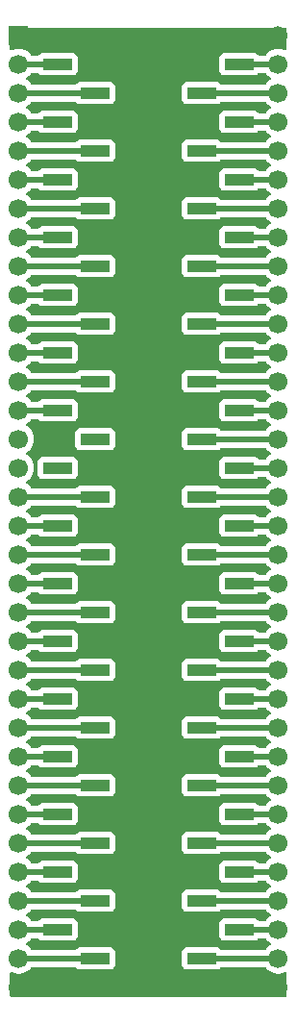
<source format=gbl>
G04 #@! TF.GenerationSoftware,KiCad,Pcbnew,9.0.6*
G04 #@! TF.CreationDate,2026-01-05T15:48:12-06:00*
G04 #@! TF.ProjectId,QFN-64_9x9_P0.5,51464e2d-3634-45f3-9978-395f50302e35,rev?*
G04 #@! TF.SameCoordinates,Original*
G04 #@! TF.FileFunction,Copper,L2,Bot*
G04 #@! TF.FilePolarity,Positive*
%FSLAX46Y46*%
G04 Gerber Fmt 4.6, Leading zero omitted, Abs format (unit mm)*
G04 Created by KiCad (PCBNEW 9.0.6) date 2026-01-05 15:48:12*
%MOMM*%
%LPD*%
G01*
G04 APERTURE LIST*
G04 #@! TA.AperFunction,ComponentPad*
%ADD10C,1.000000*%
G04 #@! TD*
G04 #@! TA.AperFunction,ComponentPad*
%ADD11C,1.700000*%
G04 #@! TD*
G04 #@! TA.AperFunction,SMDPad,CuDef*
%ADD12R,2.510000X1.000000*%
G04 #@! TD*
G04 #@! TA.AperFunction,ComponentPad*
%ADD13R,1.700000X1.700000*%
G04 #@! TD*
G04 #@! TA.AperFunction,ViaPad*
%ADD14C,0.600000*%
G04 #@! TD*
G04 #@! TA.AperFunction,Conductor*
%ADD15C,0.500000*%
G04 #@! TD*
G04 APERTURE END LIST*
D10*
X119997786Y-124350214D03*
X122826214Y-121521786D03*
X122826214Y-124350214D03*
X119997786Y-121521786D03*
X121412000Y-122936000D03*
X124240427Y-122936000D03*
X121412000Y-120107573D03*
X118583573Y-122936000D03*
X121412000Y-125764427D03*
D11*
X132842000Y-163576000D03*
X132842000Y-161036000D03*
X132842000Y-158496000D03*
X132842000Y-155956000D03*
X132842000Y-153416000D03*
X132842000Y-150876000D03*
X132842000Y-148336000D03*
X132842000Y-145796000D03*
X132842000Y-143256000D03*
X132842000Y-140716000D03*
X132842000Y-138176000D03*
X132842000Y-135636000D03*
X132842000Y-133096000D03*
X132842000Y-130556000D03*
X132842000Y-128016000D03*
X132842000Y-125476000D03*
X132842000Y-122936000D03*
X132842000Y-120396000D03*
X132842000Y-117856000D03*
X132842000Y-115316000D03*
X132842000Y-112776000D03*
X132842000Y-110236000D03*
X132842000Y-107696000D03*
X132842000Y-105156000D03*
X132842000Y-102616000D03*
X132842000Y-100076000D03*
X132842000Y-97536000D03*
X132842000Y-94996000D03*
X132842000Y-92456000D03*
X132842000Y-89916000D03*
X132842000Y-87376000D03*
X132842000Y-84836000D03*
X132842000Y-82296000D03*
X132842000Y-79756000D03*
D12*
X129417000Y-163576000D03*
X126107000Y-161036000D03*
X129417000Y-158496000D03*
X126107000Y-155956000D03*
X129417000Y-153416000D03*
X126107000Y-150876000D03*
X129417000Y-148336000D03*
X126107000Y-145796000D03*
X129417000Y-143256000D03*
X126107000Y-140716000D03*
X129417000Y-138176000D03*
X126107000Y-135636000D03*
X129417000Y-133096000D03*
X126107000Y-130556000D03*
X129417000Y-128016000D03*
X126107000Y-125476000D03*
X129417000Y-122936000D03*
X126107000Y-120396000D03*
X129417000Y-117856000D03*
X126107000Y-115316000D03*
X129417000Y-112776000D03*
X126107000Y-110236000D03*
X129417000Y-107696000D03*
X126107000Y-105156000D03*
X129417000Y-102616000D03*
X126107000Y-100076000D03*
X129417000Y-97536000D03*
X126107000Y-94996000D03*
X129417000Y-92456000D03*
X126107000Y-89916000D03*
X129417000Y-87376000D03*
X126107000Y-84836000D03*
X129417000Y-82296000D03*
X126107000Y-79756000D03*
X116717000Y-120396000D03*
X116717000Y-79756000D03*
X113407000Y-82296000D03*
X116717000Y-84836000D03*
X113407000Y-87376000D03*
X116717000Y-89916000D03*
X113407000Y-92456000D03*
X116717000Y-94996000D03*
X113407000Y-97536000D03*
X116717000Y-100076000D03*
X113407000Y-102616000D03*
X116717000Y-105156000D03*
X113407000Y-107696000D03*
X116717000Y-110236000D03*
X113407000Y-112776000D03*
X116717000Y-115316000D03*
X113407000Y-117856000D03*
X113407000Y-122936000D03*
X116717000Y-125476000D03*
X113407000Y-128016000D03*
X116717000Y-130556000D03*
X113407000Y-133096000D03*
X116717000Y-135636000D03*
X113407000Y-138176000D03*
X116717000Y-140716000D03*
X113407000Y-143256000D03*
X116717000Y-145796000D03*
X113407000Y-148336000D03*
X116717000Y-150876000D03*
X113407000Y-153416000D03*
X116717000Y-155956000D03*
X113407000Y-158496000D03*
X116717000Y-161036000D03*
X113407000Y-163576000D03*
D11*
X109982000Y-163576000D03*
X109982000Y-161036000D03*
X109982000Y-158496000D03*
X109982000Y-155956000D03*
X109982000Y-153416000D03*
X109982000Y-150876000D03*
X109982000Y-148336000D03*
X109982000Y-145796000D03*
X109982000Y-143256000D03*
X109982000Y-140716000D03*
X109982000Y-138176000D03*
X109982000Y-135636000D03*
X109982000Y-133096000D03*
X109982000Y-130556000D03*
X109982000Y-128016000D03*
X109982000Y-125476000D03*
X109982000Y-122936000D03*
X109982000Y-120396000D03*
X109982000Y-117856000D03*
X109982000Y-115316000D03*
X109982000Y-112776000D03*
X109982000Y-110236000D03*
X109982000Y-107696000D03*
X109982000Y-105156000D03*
X109982000Y-102616000D03*
X109982000Y-100076000D03*
X109982000Y-97536000D03*
X109982000Y-94996000D03*
X109982000Y-92456000D03*
X109982000Y-89916000D03*
X109982000Y-87376000D03*
X109982000Y-84836000D03*
X109982000Y-82296000D03*
D13*
X109982000Y-79756000D03*
D14*
X121412000Y-156591000D03*
X121412000Y-88646000D03*
X121412000Y-130556000D03*
X121412000Y-115316000D03*
D15*
X129417000Y-82296000D02*
X132842000Y-82296000D01*
X126107000Y-84836000D02*
X132842000Y-84836000D01*
X129417000Y-87376000D02*
X132842000Y-87376000D01*
X126107000Y-89916000D02*
X132842000Y-89916000D01*
X129417000Y-92456000D02*
X132842000Y-92456000D01*
X126107000Y-94996000D02*
X132842000Y-94996000D01*
X129417000Y-97536000D02*
X132842000Y-97536000D01*
X126107000Y-100076000D02*
X132842000Y-100076000D01*
X129417000Y-102616000D02*
X132842000Y-102616000D01*
X126107000Y-105156000D02*
X132842000Y-105156000D01*
X129417000Y-107696000D02*
X132842000Y-107696000D01*
X126107000Y-110236000D02*
X132842000Y-110236000D01*
X129417000Y-112776000D02*
X132842000Y-112776000D01*
X126107000Y-115316000D02*
X132842000Y-115316000D01*
X129417000Y-117856000D02*
X132842000Y-117856000D01*
X126107000Y-120396000D02*
X132842000Y-120396000D01*
X129417000Y-122936000D02*
X132842000Y-122936000D01*
X126107000Y-125476000D02*
X132842000Y-125476000D01*
X129417000Y-128016000D02*
X132842000Y-128016000D01*
X126107000Y-130556000D02*
X132842000Y-130556000D01*
X129417000Y-133096000D02*
X132842000Y-133096000D01*
X126107000Y-135636000D02*
X132842000Y-135636000D01*
X132842000Y-138176000D02*
X129417000Y-138176000D01*
X126107000Y-140716000D02*
X132842000Y-140716000D01*
X129417000Y-143256000D02*
X132842000Y-143256000D01*
X126107000Y-145796000D02*
X132842000Y-145796000D01*
X129417000Y-148336000D02*
X132842000Y-148336000D01*
X126107000Y-150876000D02*
X132842000Y-150876000D01*
X129417000Y-153416000D02*
X132842000Y-153416000D01*
X126107000Y-155956000D02*
X132842000Y-155956000D01*
X132842000Y-158496000D02*
X129417000Y-158496000D01*
X126107000Y-161036000D02*
X132842000Y-161036000D01*
X109982000Y-161036000D02*
X116717000Y-161036000D01*
X113407000Y-158496000D02*
X109982000Y-158496000D01*
X116717000Y-155956000D02*
X109982000Y-155956000D01*
X109982000Y-153416000D02*
X113407000Y-153416000D01*
X116717000Y-150876000D02*
X109982000Y-150876000D01*
X109982000Y-148336000D02*
X113407000Y-148336000D01*
X116717000Y-145796000D02*
X109982000Y-145796000D01*
X109982000Y-143256000D02*
X113407000Y-143256000D01*
X116717000Y-140716000D02*
X109982000Y-140716000D01*
X109982000Y-138176000D02*
X113407000Y-138176000D01*
X116717000Y-135636000D02*
X109982000Y-135636000D01*
X109982000Y-133096000D02*
X113407000Y-133096000D01*
X116717000Y-130556000D02*
X109982000Y-130556000D01*
X109982000Y-128016000D02*
X113407000Y-128016000D01*
X116717000Y-125476000D02*
X109982000Y-125476000D01*
X109982000Y-122936000D02*
X113407000Y-122936000D01*
X116717000Y-120396000D02*
X109982000Y-120396000D01*
X109982000Y-112776000D02*
X113407000Y-112776000D01*
X116717000Y-110236000D02*
X109982000Y-110236000D01*
X109982000Y-107696000D02*
X113407000Y-107696000D01*
X116717000Y-105156000D02*
X109982000Y-105156000D01*
X109982000Y-102616000D02*
X113407000Y-102616000D01*
X116717000Y-100076000D02*
X109982000Y-100076000D01*
X109982000Y-97536000D02*
X113407000Y-97536000D01*
X116717000Y-94996000D02*
X109982000Y-94996000D01*
X109982000Y-92456000D02*
X113407000Y-92456000D01*
X116717000Y-89916000D02*
X109982000Y-89916000D01*
X109982000Y-87376000D02*
X113407000Y-87376000D01*
X116717000Y-84836000D02*
X109982000Y-84836000D01*
X109982000Y-82296000D02*
X113407000Y-82296000D01*
X109982000Y-163576000D02*
X132842000Y-163576000D01*
X109982000Y-79756000D02*
X132842000Y-79756000D01*
G04 #@! TA.AperFunction,Conductor*
G36*
X133554539Y-79086415D02*
G01*
X133600294Y-79139219D01*
X133611500Y-79190730D01*
X133611500Y-80970028D01*
X133591815Y-81037067D01*
X133539011Y-81082822D01*
X133469853Y-81092766D01*
X133431206Y-81080513D01*
X133360417Y-81044445D01*
X133360414Y-81044444D01*
X133360412Y-81044443D01*
X133158243Y-80978754D01*
X133158241Y-80978753D01*
X133158240Y-80978753D01*
X132996957Y-80953208D01*
X132948287Y-80945500D01*
X132735713Y-80945500D01*
X132687042Y-80953208D01*
X132525760Y-80978753D01*
X132323585Y-81044444D01*
X132134179Y-81140951D01*
X131962213Y-81265890D01*
X131811892Y-81416211D01*
X131755097Y-81494385D01*
X131699767Y-81537051D01*
X131654779Y-81545500D01*
X131171751Y-81545500D01*
X131104712Y-81525815D01*
X131072485Y-81495812D01*
X131029548Y-81438457D01*
X131029546Y-81438454D01*
X131029542Y-81438451D01*
X130914335Y-81352206D01*
X130914328Y-81352202D01*
X130779482Y-81301908D01*
X130779483Y-81301908D01*
X130719883Y-81295501D01*
X130719881Y-81295500D01*
X130719873Y-81295500D01*
X130719864Y-81295500D01*
X128114129Y-81295500D01*
X128114123Y-81295501D01*
X128054516Y-81301908D01*
X127919671Y-81352202D01*
X127919664Y-81352206D01*
X127804455Y-81438452D01*
X127804452Y-81438455D01*
X127718206Y-81553664D01*
X127718202Y-81553671D01*
X127667908Y-81688517D01*
X127661501Y-81748116D01*
X127661501Y-81748123D01*
X127661500Y-81748135D01*
X127661500Y-82843870D01*
X127661501Y-82843876D01*
X127667908Y-82903483D01*
X127718202Y-83038328D01*
X127718206Y-83038335D01*
X127804452Y-83153544D01*
X127804455Y-83153547D01*
X127919664Y-83239793D01*
X127919671Y-83239797D01*
X128054517Y-83290091D01*
X128054516Y-83290091D01*
X128061444Y-83290835D01*
X128114127Y-83296500D01*
X130719872Y-83296499D01*
X130779483Y-83290091D01*
X130914331Y-83239796D01*
X131029546Y-83153546D01*
X131056227Y-83117903D01*
X131072485Y-83096188D01*
X131128419Y-83054318D01*
X131171751Y-83046500D01*
X131654779Y-83046500D01*
X131721818Y-83066185D01*
X131755097Y-83097615D01*
X131811892Y-83175788D01*
X131962213Y-83326109D01*
X132134182Y-83451050D01*
X132142946Y-83455516D01*
X132193742Y-83503491D01*
X132210536Y-83571312D01*
X132187998Y-83637447D01*
X132142946Y-83676484D01*
X132134182Y-83680949D01*
X131962213Y-83805890D01*
X131811892Y-83956211D01*
X131755097Y-84034385D01*
X131699767Y-84077051D01*
X131654779Y-84085500D01*
X127861751Y-84085500D01*
X127794712Y-84065815D01*
X127762485Y-84035812D01*
X127719548Y-83978457D01*
X127719546Y-83978454D01*
X127719542Y-83978451D01*
X127604335Y-83892206D01*
X127604328Y-83892202D01*
X127469482Y-83841908D01*
X127469483Y-83841908D01*
X127409883Y-83835501D01*
X127409881Y-83835500D01*
X127409873Y-83835500D01*
X127409864Y-83835500D01*
X124804129Y-83835500D01*
X124804123Y-83835501D01*
X124744516Y-83841908D01*
X124609671Y-83892202D01*
X124609664Y-83892206D01*
X124494455Y-83978452D01*
X124494452Y-83978455D01*
X124408206Y-84093664D01*
X124408202Y-84093671D01*
X124357908Y-84228517D01*
X124351501Y-84288116D01*
X124351501Y-84288123D01*
X124351500Y-84288135D01*
X124351500Y-85383870D01*
X124351501Y-85383876D01*
X124357908Y-85443483D01*
X124408202Y-85578328D01*
X124408206Y-85578335D01*
X124494452Y-85693544D01*
X124494455Y-85693547D01*
X124609664Y-85779793D01*
X124609671Y-85779797D01*
X124744517Y-85830091D01*
X124744516Y-85830091D01*
X124751444Y-85830835D01*
X124804127Y-85836500D01*
X127409872Y-85836499D01*
X127469483Y-85830091D01*
X127604331Y-85779796D01*
X127719546Y-85693546D01*
X127746227Y-85657903D01*
X127762485Y-85636188D01*
X127818419Y-85594318D01*
X127861751Y-85586500D01*
X131654779Y-85586500D01*
X131721818Y-85606185D01*
X131755097Y-85637615D01*
X131811892Y-85715788D01*
X131962213Y-85866109D01*
X132134182Y-85991050D01*
X132142946Y-85995516D01*
X132193742Y-86043491D01*
X132210536Y-86111312D01*
X132187998Y-86177447D01*
X132142946Y-86216484D01*
X132134182Y-86220949D01*
X131962213Y-86345890D01*
X131811892Y-86496211D01*
X131755097Y-86574385D01*
X131699767Y-86617051D01*
X131654779Y-86625500D01*
X131171751Y-86625500D01*
X131104712Y-86605815D01*
X131072485Y-86575812D01*
X131029548Y-86518457D01*
X131029546Y-86518454D01*
X131029542Y-86518451D01*
X130914335Y-86432206D01*
X130914328Y-86432202D01*
X130779482Y-86381908D01*
X130779483Y-86381908D01*
X130719883Y-86375501D01*
X130719881Y-86375500D01*
X130719873Y-86375500D01*
X130719864Y-86375500D01*
X128114129Y-86375500D01*
X128114123Y-86375501D01*
X128054516Y-86381908D01*
X127919671Y-86432202D01*
X127919664Y-86432206D01*
X127804455Y-86518452D01*
X127804452Y-86518455D01*
X127718206Y-86633664D01*
X127718202Y-86633671D01*
X127667908Y-86768517D01*
X127661501Y-86828116D01*
X127661501Y-86828123D01*
X127661500Y-86828135D01*
X127661500Y-87923870D01*
X127661501Y-87923876D01*
X127667908Y-87983483D01*
X127718202Y-88118328D01*
X127718206Y-88118335D01*
X127804452Y-88233544D01*
X127804455Y-88233547D01*
X127919664Y-88319793D01*
X127919671Y-88319797D01*
X128054517Y-88370091D01*
X128054516Y-88370091D01*
X128061444Y-88370835D01*
X128114127Y-88376500D01*
X130719872Y-88376499D01*
X130779483Y-88370091D01*
X130914331Y-88319796D01*
X131029546Y-88233546D01*
X131056227Y-88197903D01*
X131072485Y-88176188D01*
X131128419Y-88134318D01*
X131171751Y-88126500D01*
X131654779Y-88126500D01*
X131721818Y-88146185D01*
X131755097Y-88177615D01*
X131811892Y-88255788D01*
X131962213Y-88406109D01*
X132134182Y-88531050D01*
X132142946Y-88535516D01*
X132193742Y-88583491D01*
X132210536Y-88651312D01*
X132187998Y-88717447D01*
X132142946Y-88756484D01*
X132134182Y-88760949D01*
X131962213Y-88885890D01*
X131811892Y-89036211D01*
X131755097Y-89114385D01*
X131699767Y-89157051D01*
X131654779Y-89165500D01*
X127861751Y-89165500D01*
X127794712Y-89145815D01*
X127762485Y-89115812D01*
X127719548Y-89058457D01*
X127719546Y-89058454D01*
X127719542Y-89058451D01*
X127604335Y-88972206D01*
X127604328Y-88972202D01*
X127469482Y-88921908D01*
X127469483Y-88921908D01*
X127409883Y-88915501D01*
X127409881Y-88915500D01*
X127409873Y-88915500D01*
X127409864Y-88915500D01*
X124804129Y-88915500D01*
X124804123Y-88915501D01*
X124744516Y-88921908D01*
X124609671Y-88972202D01*
X124609664Y-88972206D01*
X124494455Y-89058452D01*
X124494452Y-89058455D01*
X124408206Y-89173664D01*
X124408202Y-89173671D01*
X124357908Y-89308517D01*
X124351501Y-89368116D01*
X124351501Y-89368123D01*
X124351500Y-89368135D01*
X124351500Y-90463870D01*
X124351501Y-90463876D01*
X124357908Y-90523483D01*
X124408202Y-90658328D01*
X124408206Y-90658335D01*
X124494452Y-90773544D01*
X124494455Y-90773547D01*
X124609664Y-90859793D01*
X124609671Y-90859797D01*
X124744517Y-90910091D01*
X124744516Y-90910091D01*
X124751444Y-90910835D01*
X124804127Y-90916500D01*
X127409872Y-90916499D01*
X127469483Y-90910091D01*
X127604331Y-90859796D01*
X127719546Y-90773546D01*
X127746227Y-90737903D01*
X127762485Y-90716188D01*
X127818419Y-90674318D01*
X127861751Y-90666500D01*
X131654779Y-90666500D01*
X131721818Y-90686185D01*
X131755097Y-90717615D01*
X131811892Y-90795788D01*
X131962213Y-90946109D01*
X132134182Y-91071050D01*
X132142946Y-91075516D01*
X132193742Y-91123491D01*
X132210536Y-91191312D01*
X132187998Y-91257447D01*
X132142946Y-91296484D01*
X132134182Y-91300949D01*
X131962213Y-91425890D01*
X131811892Y-91576211D01*
X131755097Y-91654385D01*
X131699767Y-91697051D01*
X131654779Y-91705500D01*
X131171751Y-91705500D01*
X131104712Y-91685815D01*
X131072485Y-91655812D01*
X131029548Y-91598457D01*
X131029546Y-91598454D01*
X131029542Y-91598451D01*
X130914335Y-91512206D01*
X130914328Y-91512202D01*
X130779482Y-91461908D01*
X130779483Y-91461908D01*
X130719883Y-91455501D01*
X130719881Y-91455500D01*
X130719873Y-91455500D01*
X130719864Y-91455500D01*
X128114129Y-91455500D01*
X128114123Y-91455501D01*
X128054516Y-91461908D01*
X127919671Y-91512202D01*
X127919664Y-91512206D01*
X127804455Y-91598452D01*
X127804452Y-91598455D01*
X127718206Y-91713664D01*
X127718202Y-91713671D01*
X127667908Y-91848517D01*
X127661501Y-91908116D01*
X127661501Y-91908123D01*
X127661500Y-91908135D01*
X127661500Y-93003870D01*
X127661501Y-93003876D01*
X127667908Y-93063483D01*
X127718202Y-93198328D01*
X127718206Y-93198335D01*
X127804452Y-93313544D01*
X127804455Y-93313547D01*
X127919664Y-93399793D01*
X127919671Y-93399797D01*
X128054517Y-93450091D01*
X128054516Y-93450091D01*
X128061444Y-93450835D01*
X128114127Y-93456500D01*
X130719872Y-93456499D01*
X130779483Y-93450091D01*
X130914331Y-93399796D01*
X131029546Y-93313546D01*
X131056227Y-93277903D01*
X131072485Y-93256188D01*
X131128419Y-93214318D01*
X131171751Y-93206500D01*
X131654779Y-93206500D01*
X131721818Y-93226185D01*
X131755097Y-93257615D01*
X131811892Y-93335788D01*
X131962213Y-93486109D01*
X132134182Y-93611050D01*
X132142946Y-93615516D01*
X132193742Y-93663491D01*
X132210536Y-93731312D01*
X132187998Y-93797447D01*
X132142946Y-93836484D01*
X132134182Y-93840949D01*
X131962213Y-93965890D01*
X131811892Y-94116211D01*
X131755097Y-94194385D01*
X131699767Y-94237051D01*
X131654779Y-94245500D01*
X127861751Y-94245500D01*
X127794712Y-94225815D01*
X127762485Y-94195812D01*
X127719548Y-94138457D01*
X127719546Y-94138454D01*
X127719542Y-94138451D01*
X127604335Y-94052206D01*
X127604328Y-94052202D01*
X127469482Y-94001908D01*
X127469483Y-94001908D01*
X127409883Y-93995501D01*
X127409881Y-93995500D01*
X127409873Y-93995500D01*
X127409864Y-93995500D01*
X124804129Y-93995500D01*
X124804123Y-93995501D01*
X124744516Y-94001908D01*
X124609671Y-94052202D01*
X124609664Y-94052206D01*
X124494455Y-94138452D01*
X124494452Y-94138455D01*
X124408206Y-94253664D01*
X124408202Y-94253671D01*
X124357908Y-94388517D01*
X124351501Y-94448116D01*
X124351501Y-94448123D01*
X124351500Y-94448135D01*
X124351500Y-95543870D01*
X124351501Y-95543876D01*
X124357908Y-95603483D01*
X124408202Y-95738328D01*
X124408206Y-95738335D01*
X124494452Y-95853544D01*
X124494455Y-95853547D01*
X124609664Y-95939793D01*
X124609671Y-95939797D01*
X124744517Y-95990091D01*
X124744516Y-95990091D01*
X124751444Y-95990835D01*
X124804127Y-95996500D01*
X127409872Y-95996499D01*
X127469483Y-95990091D01*
X127604331Y-95939796D01*
X127719546Y-95853546D01*
X127746227Y-95817903D01*
X127762485Y-95796188D01*
X127818419Y-95754318D01*
X127861751Y-95746500D01*
X131654779Y-95746500D01*
X131721818Y-95766185D01*
X131755097Y-95797615D01*
X131811892Y-95875788D01*
X131962213Y-96026109D01*
X132134182Y-96151050D01*
X132142946Y-96155516D01*
X132193742Y-96203491D01*
X132210536Y-96271312D01*
X132187998Y-96337447D01*
X132142946Y-96376484D01*
X132134182Y-96380949D01*
X131962213Y-96505890D01*
X131811892Y-96656211D01*
X131755097Y-96734385D01*
X131699767Y-96777051D01*
X131654779Y-96785500D01*
X131171751Y-96785500D01*
X131104712Y-96765815D01*
X131072485Y-96735812D01*
X131029548Y-96678457D01*
X131029546Y-96678454D01*
X131029542Y-96678451D01*
X130914335Y-96592206D01*
X130914328Y-96592202D01*
X130779482Y-96541908D01*
X130779483Y-96541908D01*
X130719883Y-96535501D01*
X130719881Y-96535500D01*
X130719873Y-96535500D01*
X130719864Y-96535500D01*
X128114129Y-96535500D01*
X128114123Y-96535501D01*
X128054516Y-96541908D01*
X127919671Y-96592202D01*
X127919664Y-96592206D01*
X127804455Y-96678452D01*
X127804452Y-96678455D01*
X127718206Y-96793664D01*
X127718202Y-96793671D01*
X127667908Y-96928517D01*
X127661501Y-96988116D01*
X127661501Y-96988123D01*
X127661500Y-96988135D01*
X127661500Y-98083870D01*
X127661501Y-98083876D01*
X127667908Y-98143483D01*
X127718202Y-98278328D01*
X127718206Y-98278335D01*
X127804452Y-98393544D01*
X127804455Y-98393547D01*
X127919664Y-98479793D01*
X127919671Y-98479797D01*
X128054517Y-98530091D01*
X128054516Y-98530091D01*
X128061444Y-98530835D01*
X128114127Y-98536500D01*
X130719872Y-98536499D01*
X130779483Y-98530091D01*
X130914331Y-98479796D01*
X131029546Y-98393546D01*
X131056227Y-98357903D01*
X131072485Y-98336188D01*
X131128419Y-98294318D01*
X131171751Y-98286500D01*
X131654779Y-98286500D01*
X131721818Y-98306185D01*
X131755097Y-98337615D01*
X131811892Y-98415788D01*
X131962213Y-98566109D01*
X132134182Y-98691050D01*
X132142946Y-98695516D01*
X132193742Y-98743491D01*
X132210536Y-98811312D01*
X132187998Y-98877447D01*
X132142946Y-98916484D01*
X132134182Y-98920949D01*
X131962213Y-99045890D01*
X131811892Y-99196211D01*
X131755097Y-99274385D01*
X131699767Y-99317051D01*
X131654779Y-99325500D01*
X127861751Y-99325500D01*
X127794712Y-99305815D01*
X127762485Y-99275812D01*
X127719548Y-99218457D01*
X127719546Y-99218454D01*
X127719542Y-99218451D01*
X127604335Y-99132206D01*
X127604328Y-99132202D01*
X127469482Y-99081908D01*
X127469483Y-99081908D01*
X127409883Y-99075501D01*
X127409881Y-99075500D01*
X127409873Y-99075500D01*
X127409864Y-99075500D01*
X124804129Y-99075500D01*
X124804123Y-99075501D01*
X124744516Y-99081908D01*
X124609671Y-99132202D01*
X124609664Y-99132206D01*
X124494455Y-99218452D01*
X124494452Y-99218455D01*
X124408206Y-99333664D01*
X124408202Y-99333671D01*
X124357908Y-99468517D01*
X124351501Y-99528116D01*
X124351501Y-99528123D01*
X124351500Y-99528135D01*
X124351500Y-100623870D01*
X124351501Y-100623876D01*
X124357908Y-100683483D01*
X124408202Y-100818328D01*
X124408206Y-100818335D01*
X124494452Y-100933544D01*
X124494455Y-100933547D01*
X124609664Y-101019793D01*
X124609671Y-101019797D01*
X124744517Y-101070091D01*
X124744516Y-101070091D01*
X124751444Y-101070835D01*
X124804127Y-101076500D01*
X127409872Y-101076499D01*
X127469483Y-101070091D01*
X127604331Y-101019796D01*
X127719546Y-100933546D01*
X127746227Y-100897903D01*
X127762485Y-100876188D01*
X127818419Y-100834318D01*
X127861751Y-100826500D01*
X131654779Y-100826500D01*
X131721818Y-100846185D01*
X131755097Y-100877615D01*
X131811892Y-100955788D01*
X131962213Y-101106109D01*
X132134182Y-101231050D01*
X132142946Y-101235516D01*
X132193742Y-101283491D01*
X132210536Y-101351312D01*
X132187998Y-101417447D01*
X132142946Y-101456484D01*
X132134182Y-101460949D01*
X131962213Y-101585890D01*
X131811892Y-101736211D01*
X131755097Y-101814385D01*
X131699767Y-101857051D01*
X131654779Y-101865500D01*
X131171751Y-101865500D01*
X131104712Y-101845815D01*
X131072485Y-101815812D01*
X131029548Y-101758457D01*
X131029546Y-101758454D01*
X131029542Y-101758451D01*
X130914335Y-101672206D01*
X130914328Y-101672202D01*
X130779482Y-101621908D01*
X130779483Y-101621908D01*
X130719883Y-101615501D01*
X130719881Y-101615500D01*
X130719873Y-101615500D01*
X130719864Y-101615500D01*
X128114129Y-101615500D01*
X128114123Y-101615501D01*
X128054516Y-101621908D01*
X127919671Y-101672202D01*
X127919664Y-101672206D01*
X127804455Y-101758452D01*
X127804452Y-101758455D01*
X127718206Y-101873664D01*
X127718202Y-101873671D01*
X127667908Y-102008517D01*
X127661501Y-102068116D01*
X127661501Y-102068123D01*
X127661500Y-102068135D01*
X127661500Y-103163870D01*
X127661501Y-103163876D01*
X127667908Y-103223483D01*
X127718202Y-103358328D01*
X127718206Y-103358335D01*
X127804452Y-103473544D01*
X127804455Y-103473547D01*
X127919664Y-103559793D01*
X127919671Y-103559797D01*
X128054517Y-103610091D01*
X128054516Y-103610091D01*
X128061444Y-103610835D01*
X128114127Y-103616500D01*
X130719872Y-103616499D01*
X130779483Y-103610091D01*
X130914331Y-103559796D01*
X131029546Y-103473546D01*
X131056227Y-103437903D01*
X131072485Y-103416188D01*
X131128419Y-103374318D01*
X131171751Y-103366500D01*
X131654779Y-103366500D01*
X131721818Y-103386185D01*
X131755097Y-103417615D01*
X131811892Y-103495788D01*
X131962213Y-103646109D01*
X132134182Y-103771050D01*
X132142946Y-103775516D01*
X132193742Y-103823491D01*
X132210536Y-103891312D01*
X132187998Y-103957447D01*
X132142946Y-103996484D01*
X132134182Y-104000949D01*
X131962213Y-104125890D01*
X131811892Y-104276211D01*
X131755097Y-104354385D01*
X131699767Y-104397051D01*
X131654779Y-104405500D01*
X127861751Y-104405500D01*
X127794712Y-104385815D01*
X127762485Y-104355812D01*
X127719548Y-104298457D01*
X127719546Y-104298454D01*
X127719542Y-104298451D01*
X127604335Y-104212206D01*
X127604328Y-104212202D01*
X127469482Y-104161908D01*
X127469483Y-104161908D01*
X127409883Y-104155501D01*
X127409881Y-104155500D01*
X127409873Y-104155500D01*
X127409864Y-104155500D01*
X124804129Y-104155500D01*
X124804123Y-104155501D01*
X124744516Y-104161908D01*
X124609671Y-104212202D01*
X124609664Y-104212206D01*
X124494455Y-104298452D01*
X124494452Y-104298455D01*
X124408206Y-104413664D01*
X124408202Y-104413671D01*
X124357908Y-104548517D01*
X124351501Y-104608116D01*
X124351501Y-104608123D01*
X124351500Y-104608135D01*
X124351500Y-105703870D01*
X124351501Y-105703876D01*
X124357908Y-105763483D01*
X124408202Y-105898328D01*
X124408206Y-105898335D01*
X124494452Y-106013544D01*
X124494455Y-106013547D01*
X124609664Y-106099793D01*
X124609671Y-106099797D01*
X124744517Y-106150091D01*
X124744516Y-106150091D01*
X124751444Y-106150835D01*
X124804127Y-106156500D01*
X127409872Y-106156499D01*
X127469483Y-106150091D01*
X127604331Y-106099796D01*
X127719546Y-106013546D01*
X127746227Y-105977903D01*
X127762485Y-105956188D01*
X127818419Y-105914318D01*
X127861751Y-105906500D01*
X131654779Y-105906500D01*
X131721818Y-105926185D01*
X131755097Y-105957615D01*
X131811892Y-106035788D01*
X131962213Y-106186109D01*
X132134182Y-106311050D01*
X132142946Y-106315516D01*
X132193742Y-106363491D01*
X132210536Y-106431312D01*
X132187998Y-106497447D01*
X132142946Y-106536484D01*
X132134182Y-106540949D01*
X131962213Y-106665890D01*
X131811892Y-106816211D01*
X131755097Y-106894385D01*
X131699767Y-106937051D01*
X131654779Y-106945500D01*
X131171751Y-106945500D01*
X131104712Y-106925815D01*
X131072485Y-106895812D01*
X131029548Y-106838457D01*
X131029546Y-106838454D01*
X131029542Y-106838451D01*
X130914335Y-106752206D01*
X130914328Y-106752202D01*
X130779482Y-106701908D01*
X130779483Y-106701908D01*
X130719883Y-106695501D01*
X130719881Y-106695500D01*
X130719873Y-106695500D01*
X130719864Y-106695500D01*
X128114129Y-106695500D01*
X128114123Y-106695501D01*
X128054516Y-106701908D01*
X127919671Y-106752202D01*
X127919664Y-106752206D01*
X127804455Y-106838452D01*
X127804452Y-106838455D01*
X127718206Y-106953664D01*
X127718202Y-106953671D01*
X127667908Y-107088517D01*
X127661501Y-107148116D01*
X127661501Y-107148123D01*
X127661500Y-107148135D01*
X127661500Y-108243870D01*
X127661501Y-108243876D01*
X127667908Y-108303483D01*
X127718202Y-108438328D01*
X127718206Y-108438335D01*
X127804452Y-108553544D01*
X127804455Y-108553547D01*
X127919664Y-108639793D01*
X127919671Y-108639797D01*
X128054517Y-108690091D01*
X128054516Y-108690091D01*
X128061444Y-108690835D01*
X128114127Y-108696500D01*
X130719872Y-108696499D01*
X130779483Y-108690091D01*
X130914331Y-108639796D01*
X131029546Y-108553546D01*
X131056227Y-108517903D01*
X131072485Y-108496188D01*
X131128419Y-108454318D01*
X131171751Y-108446500D01*
X131654779Y-108446500D01*
X131721818Y-108466185D01*
X131755097Y-108497615D01*
X131811892Y-108575788D01*
X131962213Y-108726109D01*
X132134182Y-108851050D01*
X132142946Y-108855516D01*
X132193742Y-108903491D01*
X132210536Y-108971312D01*
X132187998Y-109037447D01*
X132142946Y-109076484D01*
X132134182Y-109080949D01*
X131962213Y-109205890D01*
X131811892Y-109356211D01*
X131755097Y-109434385D01*
X131699767Y-109477051D01*
X131654779Y-109485500D01*
X127861751Y-109485500D01*
X127794712Y-109465815D01*
X127762485Y-109435812D01*
X127719548Y-109378457D01*
X127719546Y-109378454D01*
X127719542Y-109378451D01*
X127604335Y-109292206D01*
X127604328Y-109292202D01*
X127469482Y-109241908D01*
X127469483Y-109241908D01*
X127409883Y-109235501D01*
X127409881Y-109235500D01*
X127409873Y-109235500D01*
X127409864Y-109235500D01*
X124804129Y-109235500D01*
X124804123Y-109235501D01*
X124744516Y-109241908D01*
X124609671Y-109292202D01*
X124609664Y-109292206D01*
X124494455Y-109378452D01*
X124494452Y-109378455D01*
X124408206Y-109493664D01*
X124408202Y-109493671D01*
X124357908Y-109628517D01*
X124351501Y-109688116D01*
X124351501Y-109688123D01*
X124351500Y-109688135D01*
X124351500Y-110783870D01*
X124351501Y-110783876D01*
X124357908Y-110843483D01*
X124408202Y-110978328D01*
X124408206Y-110978335D01*
X124494452Y-111093544D01*
X124494455Y-111093547D01*
X124609664Y-111179793D01*
X124609671Y-111179797D01*
X124744517Y-111230091D01*
X124744516Y-111230091D01*
X124751444Y-111230835D01*
X124804127Y-111236500D01*
X127409872Y-111236499D01*
X127469483Y-111230091D01*
X127604331Y-111179796D01*
X127719546Y-111093546D01*
X127746227Y-111057903D01*
X127762485Y-111036188D01*
X127818419Y-110994318D01*
X127861751Y-110986500D01*
X131654779Y-110986500D01*
X131721818Y-111006185D01*
X131755097Y-111037615D01*
X131811892Y-111115788D01*
X131962213Y-111266109D01*
X132134182Y-111391050D01*
X132142946Y-111395516D01*
X132193742Y-111443491D01*
X132210536Y-111511312D01*
X132187998Y-111577447D01*
X132142946Y-111616484D01*
X132134182Y-111620949D01*
X131962213Y-111745890D01*
X131811892Y-111896211D01*
X131755097Y-111974385D01*
X131699767Y-112017051D01*
X131654779Y-112025500D01*
X131171751Y-112025500D01*
X131104712Y-112005815D01*
X131072485Y-111975812D01*
X131029548Y-111918457D01*
X131029546Y-111918454D01*
X131029542Y-111918451D01*
X130914335Y-111832206D01*
X130914328Y-111832202D01*
X130779482Y-111781908D01*
X130779483Y-111781908D01*
X130719883Y-111775501D01*
X130719881Y-111775500D01*
X130719873Y-111775500D01*
X130719864Y-111775500D01*
X128114129Y-111775500D01*
X128114123Y-111775501D01*
X128054516Y-111781908D01*
X127919671Y-111832202D01*
X127919664Y-111832206D01*
X127804455Y-111918452D01*
X127804452Y-111918455D01*
X127718206Y-112033664D01*
X127718202Y-112033671D01*
X127667908Y-112168517D01*
X127661501Y-112228116D01*
X127661501Y-112228123D01*
X127661500Y-112228135D01*
X127661500Y-113323870D01*
X127661501Y-113323876D01*
X127667908Y-113383483D01*
X127718202Y-113518328D01*
X127718206Y-113518335D01*
X127804452Y-113633544D01*
X127804455Y-113633547D01*
X127919664Y-113719793D01*
X127919671Y-113719797D01*
X128054517Y-113770091D01*
X128054516Y-113770091D01*
X128061444Y-113770835D01*
X128114127Y-113776500D01*
X130719872Y-113776499D01*
X130779483Y-113770091D01*
X130914331Y-113719796D01*
X131029546Y-113633546D01*
X131056227Y-113597903D01*
X131072485Y-113576188D01*
X131128419Y-113534318D01*
X131171751Y-113526500D01*
X131654779Y-113526500D01*
X131721818Y-113546185D01*
X131755097Y-113577615D01*
X131811892Y-113655788D01*
X131962213Y-113806109D01*
X132134182Y-113931050D01*
X132142946Y-113935516D01*
X132193742Y-113983491D01*
X132210536Y-114051312D01*
X132187998Y-114117447D01*
X132142946Y-114156484D01*
X132134182Y-114160949D01*
X131962213Y-114285890D01*
X131811892Y-114436211D01*
X131755097Y-114514385D01*
X131699767Y-114557051D01*
X131654779Y-114565500D01*
X127861751Y-114565500D01*
X127794712Y-114545815D01*
X127762485Y-114515812D01*
X127719548Y-114458457D01*
X127719546Y-114458454D01*
X127689836Y-114436213D01*
X127604335Y-114372206D01*
X127604328Y-114372202D01*
X127469482Y-114321908D01*
X127469483Y-114321908D01*
X127409883Y-114315501D01*
X127409881Y-114315500D01*
X127409873Y-114315500D01*
X127409864Y-114315500D01*
X124804129Y-114315500D01*
X124804123Y-114315501D01*
X124744516Y-114321908D01*
X124609671Y-114372202D01*
X124609664Y-114372206D01*
X124494455Y-114458452D01*
X124494452Y-114458455D01*
X124408206Y-114573664D01*
X124408202Y-114573671D01*
X124357908Y-114708517D01*
X124351501Y-114768116D01*
X124351501Y-114768123D01*
X124351500Y-114768135D01*
X124351500Y-115863870D01*
X124351501Y-115863876D01*
X124357908Y-115923483D01*
X124408202Y-116058328D01*
X124408206Y-116058335D01*
X124494452Y-116173544D01*
X124494455Y-116173547D01*
X124609664Y-116259793D01*
X124609671Y-116259797D01*
X124744517Y-116310091D01*
X124744516Y-116310091D01*
X124751444Y-116310835D01*
X124804127Y-116316500D01*
X127409872Y-116316499D01*
X127469483Y-116310091D01*
X127604331Y-116259796D01*
X127719546Y-116173546D01*
X127746227Y-116137903D01*
X127762485Y-116116188D01*
X127818419Y-116074318D01*
X127861751Y-116066500D01*
X131654779Y-116066500D01*
X131721818Y-116086185D01*
X131755097Y-116117615D01*
X131811892Y-116195788D01*
X131962213Y-116346109D01*
X132134182Y-116471050D01*
X132142946Y-116475516D01*
X132193742Y-116523491D01*
X132210536Y-116591312D01*
X132187998Y-116657447D01*
X132142946Y-116696484D01*
X132134182Y-116700949D01*
X131962213Y-116825890D01*
X131811892Y-116976211D01*
X131755097Y-117054385D01*
X131699767Y-117097051D01*
X131654779Y-117105500D01*
X131171751Y-117105500D01*
X131104712Y-117085815D01*
X131072485Y-117055812D01*
X131029548Y-116998457D01*
X131029546Y-116998454D01*
X130999836Y-116976213D01*
X130914335Y-116912206D01*
X130914328Y-116912202D01*
X130779482Y-116861908D01*
X130779483Y-116861908D01*
X130719883Y-116855501D01*
X130719881Y-116855500D01*
X130719873Y-116855500D01*
X130719864Y-116855500D01*
X128114129Y-116855500D01*
X128114123Y-116855501D01*
X128054516Y-116861908D01*
X127919671Y-116912202D01*
X127919664Y-116912206D01*
X127804455Y-116998452D01*
X127804452Y-116998455D01*
X127718206Y-117113664D01*
X127718202Y-117113671D01*
X127667908Y-117248517D01*
X127661501Y-117308116D01*
X127661501Y-117308123D01*
X127661500Y-117308135D01*
X127661500Y-118403870D01*
X127661501Y-118403876D01*
X127667908Y-118463483D01*
X127718202Y-118598328D01*
X127718206Y-118598335D01*
X127804452Y-118713544D01*
X127804455Y-118713547D01*
X127919664Y-118799793D01*
X127919671Y-118799797D01*
X128054517Y-118850091D01*
X128054516Y-118850091D01*
X128061444Y-118850835D01*
X128114127Y-118856500D01*
X130719872Y-118856499D01*
X130779483Y-118850091D01*
X130914331Y-118799796D01*
X131029546Y-118713546D01*
X131056227Y-118677903D01*
X131072485Y-118656188D01*
X131128419Y-118614318D01*
X131171751Y-118606500D01*
X131654779Y-118606500D01*
X131721818Y-118626185D01*
X131755097Y-118657615D01*
X131811892Y-118735788D01*
X131962213Y-118886109D01*
X132134182Y-119011050D01*
X132142946Y-119015516D01*
X132193742Y-119063491D01*
X132210536Y-119131312D01*
X132187998Y-119197447D01*
X132142946Y-119236484D01*
X132134182Y-119240949D01*
X131962213Y-119365890D01*
X131811892Y-119516211D01*
X131755097Y-119594385D01*
X131699767Y-119637051D01*
X131654779Y-119645500D01*
X127861751Y-119645500D01*
X127794712Y-119625815D01*
X127762485Y-119595812D01*
X127719548Y-119538457D01*
X127719546Y-119538454D01*
X127719542Y-119538451D01*
X127604335Y-119452206D01*
X127604328Y-119452202D01*
X127469482Y-119401908D01*
X127469483Y-119401908D01*
X127409883Y-119395501D01*
X127409881Y-119395500D01*
X127409873Y-119395500D01*
X127409864Y-119395500D01*
X124804129Y-119395500D01*
X124804123Y-119395501D01*
X124744516Y-119401908D01*
X124609671Y-119452202D01*
X124609664Y-119452206D01*
X124494455Y-119538452D01*
X124494452Y-119538455D01*
X124408206Y-119653664D01*
X124408202Y-119653671D01*
X124357908Y-119788517D01*
X124351501Y-119848116D01*
X124351501Y-119848123D01*
X124351500Y-119848135D01*
X124351500Y-120943870D01*
X124351501Y-120943876D01*
X124357908Y-121003483D01*
X124408202Y-121138328D01*
X124408206Y-121138335D01*
X124494452Y-121253544D01*
X124494455Y-121253547D01*
X124609664Y-121339793D01*
X124609671Y-121339797D01*
X124744517Y-121390091D01*
X124744516Y-121390091D01*
X124751444Y-121390835D01*
X124804127Y-121396500D01*
X127409872Y-121396499D01*
X127469483Y-121390091D01*
X127604331Y-121339796D01*
X127719546Y-121253546D01*
X127746227Y-121217903D01*
X127762485Y-121196188D01*
X127818419Y-121154318D01*
X127861751Y-121146500D01*
X131654779Y-121146500D01*
X131721818Y-121166185D01*
X131755097Y-121197615D01*
X131811892Y-121275788D01*
X131962213Y-121426109D01*
X132134182Y-121551050D01*
X132142946Y-121555516D01*
X132193742Y-121603491D01*
X132210536Y-121671312D01*
X132187998Y-121737447D01*
X132142946Y-121776484D01*
X132134182Y-121780949D01*
X131962213Y-121905890D01*
X131811892Y-122056211D01*
X131755097Y-122134385D01*
X131699767Y-122177051D01*
X131654779Y-122185500D01*
X131171751Y-122185500D01*
X131104712Y-122165815D01*
X131072485Y-122135812D01*
X131029548Y-122078457D01*
X131029546Y-122078454D01*
X131029542Y-122078451D01*
X130914335Y-121992206D01*
X130914328Y-121992202D01*
X130779482Y-121941908D01*
X130779483Y-121941908D01*
X130719883Y-121935501D01*
X130719881Y-121935500D01*
X130719873Y-121935500D01*
X130719864Y-121935500D01*
X128114129Y-121935500D01*
X128114123Y-121935501D01*
X128054516Y-121941908D01*
X127919671Y-121992202D01*
X127919664Y-121992206D01*
X127804455Y-122078452D01*
X127804452Y-122078455D01*
X127718206Y-122193664D01*
X127718202Y-122193671D01*
X127667908Y-122328517D01*
X127661501Y-122388116D01*
X127661501Y-122388123D01*
X127661500Y-122388135D01*
X127661500Y-123483870D01*
X127661501Y-123483876D01*
X127667908Y-123543483D01*
X127718202Y-123678328D01*
X127718206Y-123678335D01*
X127804452Y-123793544D01*
X127804455Y-123793547D01*
X127919664Y-123879793D01*
X127919671Y-123879797D01*
X128054517Y-123930091D01*
X128054516Y-123930091D01*
X128061444Y-123930835D01*
X128114127Y-123936500D01*
X130719872Y-123936499D01*
X130779483Y-123930091D01*
X130914331Y-123879796D01*
X131029546Y-123793546D01*
X131056227Y-123757903D01*
X131072485Y-123736188D01*
X131128419Y-123694318D01*
X131171751Y-123686500D01*
X131654779Y-123686500D01*
X131721818Y-123706185D01*
X131755097Y-123737615D01*
X131811892Y-123815788D01*
X131962213Y-123966109D01*
X132134182Y-124091050D01*
X132142946Y-124095516D01*
X132193742Y-124143491D01*
X132210536Y-124211312D01*
X132187998Y-124277447D01*
X132142946Y-124316484D01*
X132134182Y-124320949D01*
X131962213Y-124445890D01*
X131811892Y-124596211D01*
X131755097Y-124674385D01*
X131699767Y-124717051D01*
X131654779Y-124725500D01*
X127861751Y-124725500D01*
X127794712Y-124705815D01*
X127762485Y-124675812D01*
X127719548Y-124618457D01*
X127719546Y-124618454D01*
X127719542Y-124618451D01*
X127604335Y-124532206D01*
X127604328Y-124532202D01*
X127469482Y-124481908D01*
X127469483Y-124481908D01*
X127409883Y-124475501D01*
X127409881Y-124475500D01*
X127409873Y-124475500D01*
X127409864Y-124475500D01*
X124804129Y-124475500D01*
X124804123Y-124475501D01*
X124744516Y-124481908D01*
X124609671Y-124532202D01*
X124609664Y-124532206D01*
X124494455Y-124618452D01*
X124494452Y-124618455D01*
X124408206Y-124733664D01*
X124408202Y-124733671D01*
X124357908Y-124868517D01*
X124351501Y-124928116D01*
X124351501Y-124928123D01*
X124351500Y-124928135D01*
X124351500Y-126023870D01*
X124351501Y-126023876D01*
X124357908Y-126083483D01*
X124408202Y-126218328D01*
X124408206Y-126218335D01*
X124494452Y-126333544D01*
X124494455Y-126333547D01*
X124609664Y-126419793D01*
X124609671Y-126419797D01*
X124744517Y-126470091D01*
X124744516Y-126470091D01*
X124751444Y-126470835D01*
X124804127Y-126476500D01*
X127409872Y-126476499D01*
X127469483Y-126470091D01*
X127604331Y-126419796D01*
X127719546Y-126333546D01*
X127746227Y-126297903D01*
X127762485Y-126276188D01*
X127818419Y-126234318D01*
X127861751Y-126226500D01*
X131654779Y-126226500D01*
X131721818Y-126246185D01*
X131755097Y-126277615D01*
X131811892Y-126355788D01*
X131962213Y-126506109D01*
X132134182Y-126631050D01*
X132142946Y-126635516D01*
X132193742Y-126683491D01*
X132210536Y-126751312D01*
X132187998Y-126817447D01*
X132142946Y-126856484D01*
X132134182Y-126860949D01*
X131962213Y-126985890D01*
X131811892Y-127136211D01*
X131755097Y-127214385D01*
X131699767Y-127257051D01*
X131654779Y-127265500D01*
X131171751Y-127265500D01*
X131104712Y-127245815D01*
X131072485Y-127215812D01*
X131029548Y-127158457D01*
X131029546Y-127158454D01*
X131029542Y-127158451D01*
X130914335Y-127072206D01*
X130914328Y-127072202D01*
X130779482Y-127021908D01*
X130779483Y-127021908D01*
X130719883Y-127015501D01*
X130719881Y-127015500D01*
X130719873Y-127015500D01*
X130719864Y-127015500D01*
X128114129Y-127015500D01*
X128114123Y-127015501D01*
X128054516Y-127021908D01*
X127919671Y-127072202D01*
X127919664Y-127072206D01*
X127804455Y-127158452D01*
X127804452Y-127158455D01*
X127718206Y-127273664D01*
X127718202Y-127273671D01*
X127667908Y-127408517D01*
X127661501Y-127468116D01*
X127661501Y-127468123D01*
X127661500Y-127468135D01*
X127661500Y-128563870D01*
X127661501Y-128563876D01*
X127667908Y-128623483D01*
X127718202Y-128758328D01*
X127718206Y-128758335D01*
X127804452Y-128873544D01*
X127804455Y-128873547D01*
X127919664Y-128959793D01*
X127919671Y-128959797D01*
X128054517Y-129010091D01*
X128054516Y-129010091D01*
X128061444Y-129010835D01*
X128114127Y-129016500D01*
X130719872Y-129016499D01*
X130779483Y-129010091D01*
X130914331Y-128959796D01*
X131029546Y-128873546D01*
X131056227Y-128837903D01*
X131072485Y-128816188D01*
X131128419Y-128774318D01*
X131171751Y-128766500D01*
X131654779Y-128766500D01*
X131721818Y-128786185D01*
X131755097Y-128817615D01*
X131811892Y-128895788D01*
X131962213Y-129046109D01*
X132134182Y-129171050D01*
X132142946Y-129175516D01*
X132193742Y-129223491D01*
X132210536Y-129291312D01*
X132187998Y-129357447D01*
X132142946Y-129396484D01*
X132134182Y-129400949D01*
X131962213Y-129525890D01*
X131811892Y-129676211D01*
X131755097Y-129754385D01*
X131699767Y-129797051D01*
X131654779Y-129805500D01*
X127861751Y-129805500D01*
X127794712Y-129785815D01*
X127762485Y-129755812D01*
X127719548Y-129698457D01*
X127719546Y-129698454D01*
X127719542Y-129698451D01*
X127604335Y-129612206D01*
X127604328Y-129612202D01*
X127469482Y-129561908D01*
X127469483Y-129561908D01*
X127409883Y-129555501D01*
X127409881Y-129555500D01*
X127409873Y-129555500D01*
X127409864Y-129555500D01*
X124804129Y-129555500D01*
X124804123Y-129555501D01*
X124744516Y-129561908D01*
X124609671Y-129612202D01*
X124609664Y-129612206D01*
X124494455Y-129698452D01*
X124494452Y-129698455D01*
X124408206Y-129813664D01*
X124408202Y-129813671D01*
X124357908Y-129948517D01*
X124351501Y-130008116D01*
X124351501Y-130008123D01*
X124351500Y-130008135D01*
X124351500Y-131103870D01*
X124351501Y-131103876D01*
X124357908Y-131163483D01*
X124408202Y-131298328D01*
X124408206Y-131298335D01*
X124494452Y-131413544D01*
X124494455Y-131413547D01*
X124609664Y-131499793D01*
X124609671Y-131499797D01*
X124744517Y-131550091D01*
X124744516Y-131550091D01*
X124751444Y-131550835D01*
X124804127Y-131556500D01*
X127409872Y-131556499D01*
X127469483Y-131550091D01*
X127604331Y-131499796D01*
X127719546Y-131413546D01*
X127746227Y-131377903D01*
X127762485Y-131356188D01*
X127818419Y-131314318D01*
X127861751Y-131306500D01*
X131654779Y-131306500D01*
X131721818Y-131326185D01*
X131755097Y-131357615D01*
X131811892Y-131435788D01*
X131962213Y-131586109D01*
X132134182Y-131711050D01*
X132142946Y-131715516D01*
X132193742Y-131763491D01*
X132210536Y-131831312D01*
X132187998Y-131897447D01*
X132142946Y-131936484D01*
X132134182Y-131940949D01*
X131962213Y-132065890D01*
X131811892Y-132216211D01*
X131755097Y-132294385D01*
X131699767Y-132337051D01*
X131654779Y-132345500D01*
X131171751Y-132345500D01*
X131104712Y-132325815D01*
X131072485Y-132295812D01*
X131029548Y-132238457D01*
X131029546Y-132238454D01*
X131029542Y-132238451D01*
X130914335Y-132152206D01*
X130914328Y-132152202D01*
X130779482Y-132101908D01*
X130779483Y-132101908D01*
X130719883Y-132095501D01*
X130719881Y-132095500D01*
X130719873Y-132095500D01*
X130719864Y-132095500D01*
X128114129Y-132095500D01*
X128114123Y-132095501D01*
X128054516Y-132101908D01*
X127919671Y-132152202D01*
X127919664Y-132152206D01*
X127804455Y-132238452D01*
X127804452Y-132238455D01*
X127718206Y-132353664D01*
X127718202Y-132353671D01*
X127667908Y-132488517D01*
X127661501Y-132548116D01*
X127661501Y-132548123D01*
X127661500Y-132548135D01*
X127661500Y-133643870D01*
X127661501Y-133643876D01*
X127667908Y-133703483D01*
X127718202Y-133838328D01*
X127718206Y-133838335D01*
X127804452Y-133953544D01*
X127804455Y-133953547D01*
X127919664Y-134039793D01*
X127919671Y-134039797D01*
X128054517Y-134090091D01*
X128054516Y-134090091D01*
X128061444Y-134090835D01*
X128114127Y-134096500D01*
X130719872Y-134096499D01*
X130779483Y-134090091D01*
X130914331Y-134039796D01*
X131029546Y-133953546D01*
X131056227Y-133917903D01*
X131072485Y-133896188D01*
X131128419Y-133854318D01*
X131171751Y-133846500D01*
X131654779Y-133846500D01*
X131721818Y-133866185D01*
X131755097Y-133897615D01*
X131811892Y-133975788D01*
X131962213Y-134126109D01*
X132134182Y-134251050D01*
X132142946Y-134255516D01*
X132193742Y-134303491D01*
X132210536Y-134371312D01*
X132187998Y-134437447D01*
X132142946Y-134476484D01*
X132134182Y-134480949D01*
X131962213Y-134605890D01*
X131811892Y-134756211D01*
X131755097Y-134834385D01*
X131699767Y-134877051D01*
X131654779Y-134885500D01*
X127861751Y-134885500D01*
X127794712Y-134865815D01*
X127762485Y-134835812D01*
X127719548Y-134778457D01*
X127719546Y-134778454D01*
X127719542Y-134778451D01*
X127604335Y-134692206D01*
X127604328Y-134692202D01*
X127469482Y-134641908D01*
X127469483Y-134641908D01*
X127409883Y-134635501D01*
X127409881Y-134635500D01*
X127409873Y-134635500D01*
X127409864Y-134635500D01*
X124804129Y-134635500D01*
X124804123Y-134635501D01*
X124744516Y-134641908D01*
X124609671Y-134692202D01*
X124609664Y-134692206D01*
X124494455Y-134778452D01*
X124494452Y-134778455D01*
X124408206Y-134893664D01*
X124408202Y-134893671D01*
X124357908Y-135028517D01*
X124351501Y-135088116D01*
X124351501Y-135088123D01*
X124351500Y-135088135D01*
X124351500Y-136183870D01*
X124351501Y-136183876D01*
X124357908Y-136243483D01*
X124408202Y-136378328D01*
X124408206Y-136378335D01*
X124494452Y-136493544D01*
X124494455Y-136493547D01*
X124609664Y-136579793D01*
X124609671Y-136579797D01*
X124744517Y-136630091D01*
X124744516Y-136630091D01*
X124751444Y-136630835D01*
X124804127Y-136636500D01*
X127409872Y-136636499D01*
X127469483Y-136630091D01*
X127604331Y-136579796D01*
X127719546Y-136493546D01*
X127746227Y-136457903D01*
X127762485Y-136436188D01*
X127818419Y-136394318D01*
X127861751Y-136386500D01*
X131654779Y-136386500D01*
X131721818Y-136406185D01*
X131755097Y-136437615D01*
X131811892Y-136515788D01*
X131962213Y-136666109D01*
X132134182Y-136791050D01*
X132142946Y-136795516D01*
X132193742Y-136843491D01*
X132210536Y-136911312D01*
X132187998Y-136977447D01*
X132142946Y-137016484D01*
X132134182Y-137020949D01*
X131962213Y-137145890D01*
X131811892Y-137296211D01*
X131755097Y-137374385D01*
X131699767Y-137417051D01*
X131654779Y-137425500D01*
X131171751Y-137425500D01*
X131104712Y-137405815D01*
X131072485Y-137375812D01*
X131029548Y-137318457D01*
X131029546Y-137318454D01*
X131029542Y-137318451D01*
X130914335Y-137232206D01*
X130914328Y-137232202D01*
X130779482Y-137181908D01*
X130779483Y-137181908D01*
X130719883Y-137175501D01*
X130719881Y-137175500D01*
X130719873Y-137175500D01*
X130719864Y-137175500D01*
X128114129Y-137175500D01*
X128114123Y-137175501D01*
X128054516Y-137181908D01*
X127919671Y-137232202D01*
X127919664Y-137232206D01*
X127804455Y-137318452D01*
X127804452Y-137318455D01*
X127718206Y-137433664D01*
X127718202Y-137433671D01*
X127667908Y-137568517D01*
X127661501Y-137628116D01*
X127661501Y-137628123D01*
X127661500Y-137628135D01*
X127661500Y-138723870D01*
X127661501Y-138723876D01*
X127667908Y-138783483D01*
X127718202Y-138918328D01*
X127718206Y-138918335D01*
X127804452Y-139033544D01*
X127804455Y-139033547D01*
X127919664Y-139119793D01*
X127919671Y-139119797D01*
X128054517Y-139170091D01*
X128054516Y-139170091D01*
X128061444Y-139170835D01*
X128114127Y-139176500D01*
X130719872Y-139176499D01*
X130779483Y-139170091D01*
X130914331Y-139119796D01*
X131029546Y-139033546D01*
X131056227Y-138997903D01*
X131072485Y-138976188D01*
X131128419Y-138934318D01*
X131171751Y-138926500D01*
X131654779Y-138926500D01*
X131721818Y-138946185D01*
X131755097Y-138977615D01*
X131811892Y-139055788D01*
X131962213Y-139206109D01*
X132134182Y-139331050D01*
X132142946Y-139335516D01*
X132193742Y-139383491D01*
X132210536Y-139451312D01*
X132187998Y-139517447D01*
X132142946Y-139556484D01*
X132134182Y-139560949D01*
X131962213Y-139685890D01*
X131811892Y-139836211D01*
X131755097Y-139914385D01*
X131699767Y-139957051D01*
X131654779Y-139965500D01*
X127861751Y-139965500D01*
X127794712Y-139945815D01*
X127762485Y-139915812D01*
X127719548Y-139858457D01*
X127719546Y-139858454D01*
X127719542Y-139858451D01*
X127604335Y-139772206D01*
X127604328Y-139772202D01*
X127469482Y-139721908D01*
X127469483Y-139721908D01*
X127409883Y-139715501D01*
X127409881Y-139715500D01*
X127409873Y-139715500D01*
X127409864Y-139715500D01*
X124804129Y-139715500D01*
X124804123Y-139715501D01*
X124744516Y-139721908D01*
X124609671Y-139772202D01*
X124609664Y-139772206D01*
X124494455Y-139858452D01*
X124494452Y-139858455D01*
X124408206Y-139973664D01*
X124408202Y-139973671D01*
X124357908Y-140108517D01*
X124351501Y-140168116D01*
X124351501Y-140168123D01*
X124351500Y-140168135D01*
X124351500Y-141263870D01*
X124351501Y-141263876D01*
X124357908Y-141323483D01*
X124408202Y-141458328D01*
X124408206Y-141458335D01*
X124494452Y-141573544D01*
X124494455Y-141573547D01*
X124609664Y-141659793D01*
X124609671Y-141659797D01*
X124744517Y-141710091D01*
X124744516Y-141710091D01*
X124751444Y-141710835D01*
X124804127Y-141716500D01*
X127409872Y-141716499D01*
X127469483Y-141710091D01*
X127604331Y-141659796D01*
X127719546Y-141573546D01*
X127746227Y-141537903D01*
X127762485Y-141516188D01*
X127818419Y-141474318D01*
X127861751Y-141466500D01*
X131654779Y-141466500D01*
X131721818Y-141486185D01*
X131755097Y-141517615D01*
X131811892Y-141595788D01*
X131962213Y-141746109D01*
X132134182Y-141871050D01*
X132142946Y-141875516D01*
X132193742Y-141923491D01*
X132210536Y-141991312D01*
X132187998Y-142057447D01*
X132142946Y-142096484D01*
X132134182Y-142100949D01*
X131962213Y-142225890D01*
X131811892Y-142376211D01*
X131755097Y-142454385D01*
X131699767Y-142497051D01*
X131654779Y-142505500D01*
X131171751Y-142505500D01*
X131104712Y-142485815D01*
X131072485Y-142455812D01*
X131029548Y-142398457D01*
X131029546Y-142398454D01*
X131029542Y-142398451D01*
X130914335Y-142312206D01*
X130914328Y-142312202D01*
X130779482Y-142261908D01*
X130779483Y-142261908D01*
X130719883Y-142255501D01*
X130719881Y-142255500D01*
X130719873Y-142255500D01*
X130719864Y-142255500D01*
X128114129Y-142255500D01*
X128114123Y-142255501D01*
X128054516Y-142261908D01*
X127919671Y-142312202D01*
X127919664Y-142312206D01*
X127804455Y-142398452D01*
X127804452Y-142398455D01*
X127718206Y-142513664D01*
X127718202Y-142513671D01*
X127667908Y-142648517D01*
X127661501Y-142708116D01*
X127661501Y-142708123D01*
X127661500Y-142708135D01*
X127661500Y-143803870D01*
X127661501Y-143803876D01*
X127667908Y-143863483D01*
X127718202Y-143998328D01*
X127718206Y-143998335D01*
X127804452Y-144113544D01*
X127804455Y-144113547D01*
X127919664Y-144199793D01*
X127919671Y-144199797D01*
X128054517Y-144250091D01*
X128054516Y-144250091D01*
X128061444Y-144250835D01*
X128114127Y-144256500D01*
X130719872Y-144256499D01*
X130779483Y-144250091D01*
X130914331Y-144199796D01*
X131029546Y-144113546D01*
X131056227Y-144077903D01*
X131072485Y-144056188D01*
X131128419Y-144014318D01*
X131171751Y-144006500D01*
X131654779Y-144006500D01*
X131721818Y-144026185D01*
X131755097Y-144057615D01*
X131811892Y-144135788D01*
X131962213Y-144286109D01*
X132134182Y-144411050D01*
X132142946Y-144415516D01*
X132193742Y-144463491D01*
X132210536Y-144531312D01*
X132187998Y-144597447D01*
X132142946Y-144636484D01*
X132134182Y-144640949D01*
X131962213Y-144765890D01*
X131811892Y-144916211D01*
X131755097Y-144994385D01*
X131699767Y-145037051D01*
X131654779Y-145045500D01*
X127861751Y-145045500D01*
X127794712Y-145025815D01*
X127762485Y-144995812D01*
X127719548Y-144938457D01*
X127719546Y-144938454D01*
X127719542Y-144938451D01*
X127604335Y-144852206D01*
X127604328Y-144852202D01*
X127469482Y-144801908D01*
X127469483Y-144801908D01*
X127409883Y-144795501D01*
X127409881Y-144795500D01*
X127409873Y-144795500D01*
X127409864Y-144795500D01*
X124804129Y-144795500D01*
X124804123Y-144795501D01*
X124744516Y-144801908D01*
X124609671Y-144852202D01*
X124609664Y-144852206D01*
X124494455Y-144938452D01*
X124494452Y-144938455D01*
X124408206Y-145053664D01*
X124408202Y-145053671D01*
X124357908Y-145188517D01*
X124351501Y-145248116D01*
X124351501Y-145248123D01*
X124351500Y-145248135D01*
X124351500Y-146343870D01*
X124351501Y-146343876D01*
X124357908Y-146403483D01*
X124408202Y-146538328D01*
X124408206Y-146538335D01*
X124494452Y-146653544D01*
X124494455Y-146653547D01*
X124609664Y-146739793D01*
X124609671Y-146739797D01*
X124744517Y-146790091D01*
X124744516Y-146790091D01*
X124751444Y-146790835D01*
X124804127Y-146796500D01*
X127409872Y-146796499D01*
X127469483Y-146790091D01*
X127604331Y-146739796D01*
X127719546Y-146653546D01*
X127746227Y-146617903D01*
X127762485Y-146596188D01*
X127818419Y-146554318D01*
X127861751Y-146546500D01*
X131654779Y-146546500D01*
X131721818Y-146566185D01*
X131755097Y-146597615D01*
X131811892Y-146675788D01*
X131962213Y-146826109D01*
X132134182Y-146951050D01*
X132142946Y-146955516D01*
X132193742Y-147003491D01*
X132210536Y-147071312D01*
X132187998Y-147137447D01*
X132142946Y-147176484D01*
X132134182Y-147180949D01*
X131962213Y-147305890D01*
X131811892Y-147456211D01*
X131755097Y-147534385D01*
X131699767Y-147577051D01*
X131654779Y-147585500D01*
X131171751Y-147585500D01*
X131104712Y-147565815D01*
X131072485Y-147535812D01*
X131029548Y-147478457D01*
X131029546Y-147478454D01*
X131029542Y-147478451D01*
X130914335Y-147392206D01*
X130914328Y-147392202D01*
X130779482Y-147341908D01*
X130779483Y-147341908D01*
X130719883Y-147335501D01*
X130719881Y-147335500D01*
X130719873Y-147335500D01*
X130719864Y-147335500D01*
X128114129Y-147335500D01*
X128114123Y-147335501D01*
X128054516Y-147341908D01*
X127919671Y-147392202D01*
X127919664Y-147392206D01*
X127804455Y-147478452D01*
X127804452Y-147478455D01*
X127718206Y-147593664D01*
X127718202Y-147593671D01*
X127667908Y-147728517D01*
X127661501Y-147788116D01*
X127661501Y-147788123D01*
X127661500Y-147788135D01*
X127661500Y-148883870D01*
X127661501Y-148883876D01*
X127667908Y-148943483D01*
X127718202Y-149078328D01*
X127718206Y-149078335D01*
X127804452Y-149193544D01*
X127804455Y-149193547D01*
X127919664Y-149279793D01*
X127919671Y-149279797D01*
X128054517Y-149330091D01*
X128054516Y-149330091D01*
X128061444Y-149330835D01*
X128114127Y-149336500D01*
X130719872Y-149336499D01*
X130779483Y-149330091D01*
X130914331Y-149279796D01*
X131029546Y-149193546D01*
X131056227Y-149157903D01*
X131072485Y-149136188D01*
X131128419Y-149094318D01*
X131171751Y-149086500D01*
X131654779Y-149086500D01*
X131721818Y-149106185D01*
X131755097Y-149137615D01*
X131811892Y-149215788D01*
X131962213Y-149366109D01*
X132134182Y-149491050D01*
X132142946Y-149495516D01*
X132193742Y-149543491D01*
X132210536Y-149611312D01*
X132187998Y-149677447D01*
X132142946Y-149716484D01*
X132134182Y-149720949D01*
X131962213Y-149845890D01*
X131811892Y-149996211D01*
X131755097Y-150074385D01*
X131699767Y-150117051D01*
X131654779Y-150125500D01*
X127861751Y-150125500D01*
X127794712Y-150105815D01*
X127762485Y-150075812D01*
X127719548Y-150018457D01*
X127719546Y-150018454D01*
X127719542Y-150018451D01*
X127604335Y-149932206D01*
X127604328Y-149932202D01*
X127469482Y-149881908D01*
X127469483Y-149881908D01*
X127409883Y-149875501D01*
X127409881Y-149875500D01*
X127409873Y-149875500D01*
X127409864Y-149875500D01*
X124804129Y-149875500D01*
X124804123Y-149875501D01*
X124744516Y-149881908D01*
X124609671Y-149932202D01*
X124609664Y-149932206D01*
X124494455Y-150018452D01*
X124494452Y-150018455D01*
X124408206Y-150133664D01*
X124408202Y-150133671D01*
X124357908Y-150268517D01*
X124351501Y-150328116D01*
X124351501Y-150328123D01*
X124351500Y-150328135D01*
X124351500Y-151423870D01*
X124351501Y-151423876D01*
X124357908Y-151483483D01*
X124408202Y-151618328D01*
X124408206Y-151618335D01*
X124494452Y-151733544D01*
X124494455Y-151733547D01*
X124609664Y-151819793D01*
X124609671Y-151819797D01*
X124744517Y-151870091D01*
X124744516Y-151870091D01*
X124751444Y-151870835D01*
X124804127Y-151876500D01*
X127409872Y-151876499D01*
X127469483Y-151870091D01*
X127604331Y-151819796D01*
X127719546Y-151733546D01*
X127746227Y-151697903D01*
X127762485Y-151676188D01*
X127818419Y-151634318D01*
X127861751Y-151626500D01*
X131654779Y-151626500D01*
X131721818Y-151646185D01*
X131755097Y-151677615D01*
X131811892Y-151755788D01*
X131962213Y-151906109D01*
X132134182Y-152031050D01*
X132142946Y-152035516D01*
X132193742Y-152083491D01*
X132210536Y-152151312D01*
X132187998Y-152217447D01*
X132142946Y-152256484D01*
X132134182Y-152260949D01*
X131962213Y-152385890D01*
X131811892Y-152536211D01*
X131755097Y-152614385D01*
X131699767Y-152657051D01*
X131654779Y-152665500D01*
X131171751Y-152665500D01*
X131104712Y-152645815D01*
X131072485Y-152615812D01*
X131029548Y-152558457D01*
X131029546Y-152558454D01*
X131029542Y-152558451D01*
X130914335Y-152472206D01*
X130914328Y-152472202D01*
X130779482Y-152421908D01*
X130779483Y-152421908D01*
X130719883Y-152415501D01*
X130719881Y-152415500D01*
X130719873Y-152415500D01*
X130719864Y-152415500D01*
X128114129Y-152415500D01*
X128114123Y-152415501D01*
X128054516Y-152421908D01*
X127919671Y-152472202D01*
X127919664Y-152472206D01*
X127804455Y-152558452D01*
X127804452Y-152558455D01*
X127718206Y-152673664D01*
X127718202Y-152673671D01*
X127667908Y-152808517D01*
X127661501Y-152868116D01*
X127661501Y-152868123D01*
X127661500Y-152868135D01*
X127661500Y-153963870D01*
X127661501Y-153963876D01*
X127667908Y-154023483D01*
X127718202Y-154158328D01*
X127718206Y-154158335D01*
X127804452Y-154273544D01*
X127804455Y-154273547D01*
X127919664Y-154359793D01*
X127919671Y-154359797D01*
X128054517Y-154410091D01*
X128054516Y-154410091D01*
X128061444Y-154410835D01*
X128114127Y-154416500D01*
X130719872Y-154416499D01*
X130779483Y-154410091D01*
X130914331Y-154359796D01*
X131029546Y-154273546D01*
X131056227Y-154237903D01*
X131072485Y-154216188D01*
X131128419Y-154174318D01*
X131171751Y-154166500D01*
X131654779Y-154166500D01*
X131721818Y-154186185D01*
X131755097Y-154217615D01*
X131811892Y-154295788D01*
X131962213Y-154446109D01*
X132134182Y-154571050D01*
X132142946Y-154575516D01*
X132193742Y-154623491D01*
X132210536Y-154691312D01*
X132187998Y-154757447D01*
X132142946Y-154796484D01*
X132134182Y-154800949D01*
X131962213Y-154925890D01*
X131811892Y-155076211D01*
X131755097Y-155154385D01*
X131699767Y-155197051D01*
X131654779Y-155205500D01*
X127861751Y-155205500D01*
X127794712Y-155185815D01*
X127762485Y-155155812D01*
X127719548Y-155098457D01*
X127719546Y-155098454D01*
X127719542Y-155098451D01*
X127604335Y-155012206D01*
X127604328Y-155012202D01*
X127469482Y-154961908D01*
X127469483Y-154961908D01*
X127409883Y-154955501D01*
X127409881Y-154955500D01*
X127409873Y-154955500D01*
X127409864Y-154955500D01*
X124804129Y-154955500D01*
X124804123Y-154955501D01*
X124744516Y-154961908D01*
X124609671Y-155012202D01*
X124609664Y-155012206D01*
X124494455Y-155098452D01*
X124494452Y-155098455D01*
X124408206Y-155213664D01*
X124408202Y-155213671D01*
X124357908Y-155348517D01*
X124351501Y-155408116D01*
X124351501Y-155408123D01*
X124351500Y-155408135D01*
X124351500Y-156503870D01*
X124351501Y-156503876D01*
X124357908Y-156563483D01*
X124408202Y-156698328D01*
X124408206Y-156698335D01*
X124494452Y-156813544D01*
X124494455Y-156813547D01*
X124609664Y-156899793D01*
X124609671Y-156899797D01*
X124744517Y-156950091D01*
X124744516Y-156950091D01*
X124751444Y-156950835D01*
X124804127Y-156956500D01*
X127409872Y-156956499D01*
X127469483Y-156950091D01*
X127604331Y-156899796D01*
X127719546Y-156813546D01*
X127746227Y-156777903D01*
X127762485Y-156756188D01*
X127818419Y-156714318D01*
X127861751Y-156706500D01*
X131654779Y-156706500D01*
X131721818Y-156726185D01*
X131755097Y-156757615D01*
X131811892Y-156835788D01*
X131962213Y-156986109D01*
X132134182Y-157111050D01*
X132142946Y-157115516D01*
X132193742Y-157163491D01*
X132210536Y-157231312D01*
X132187998Y-157297447D01*
X132142946Y-157336484D01*
X132134182Y-157340949D01*
X131962213Y-157465890D01*
X131811892Y-157616211D01*
X131755097Y-157694385D01*
X131699767Y-157737051D01*
X131654779Y-157745500D01*
X131171751Y-157745500D01*
X131104712Y-157725815D01*
X131072485Y-157695812D01*
X131029548Y-157638457D01*
X131029546Y-157638454D01*
X131029542Y-157638451D01*
X130914335Y-157552206D01*
X130914328Y-157552202D01*
X130779482Y-157501908D01*
X130779483Y-157501908D01*
X130719883Y-157495501D01*
X130719881Y-157495500D01*
X130719873Y-157495500D01*
X130719864Y-157495500D01*
X128114129Y-157495500D01*
X128114123Y-157495501D01*
X128054516Y-157501908D01*
X127919671Y-157552202D01*
X127919664Y-157552206D01*
X127804455Y-157638452D01*
X127804452Y-157638455D01*
X127718206Y-157753664D01*
X127718202Y-157753671D01*
X127667908Y-157888517D01*
X127661501Y-157948116D01*
X127661501Y-157948123D01*
X127661500Y-157948135D01*
X127661500Y-159043870D01*
X127661501Y-159043876D01*
X127667908Y-159103483D01*
X127718202Y-159238328D01*
X127718206Y-159238335D01*
X127804452Y-159353544D01*
X127804455Y-159353547D01*
X127919664Y-159439793D01*
X127919671Y-159439797D01*
X128054517Y-159490091D01*
X128054516Y-159490091D01*
X128061444Y-159490835D01*
X128114127Y-159496500D01*
X130719872Y-159496499D01*
X130779483Y-159490091D01*
X130914331Y-159439796D01*
X131029546Y-159353546D01*
X131056227Y-159317903D01*
X131072485Y-159296188D01*
X131128419Y-159254318D01*
X131171751Y-159246500D01*
X131654779Y-159246500D01*
X131721818Y-159266185D01*
X131755097Y-159297615D01*
X131811892Y-159375788D01*
X131962213Y-159526109D01*
X132134182Y-159651050D01*
X132142946Y-159655516D01*
X132193742Y-159703491D01*
X132210536Y-159771312D01*
X132187998Y-159837447D01*
X132142946Y-159876484D01*
X132134182Y-159880949D01*
X131962213Y-160005890D01*
X131811892Y-160156211D01*
X131755097Y-160234385D01*
X131699767Y-160277051D01*
X131654779Y-160285500D01*
X127861751Y-160285500D01*
X127794712Y-160265815D01*
X127762485Y-160235812D01*
X127719548Y-160178457D01*
X127719546Y-160178454D01*
X127719542Y-160178451D01*
X127604335Y-160092206D01*
X127604328Y-160092202D01*
X127469482Y-160041908D01*
X127469483Y-160041908D01*
X127409883Y-160035501D01*
X127409881Y-160035500D01*
X127409873Y-160035500D01*
X127409864Y-160035500D01*
X124804129Y-160035500D01*
X124804123Y-160035501D01*
X124744516Y-160041908D01*
X124609671Y-160092202D01*
X124609664Y-160092206D01*
X124494455Y-160178452D01*
X124494452Y-160178455D01*
X124408206Y-160293664D01*
X124408202Y-160293671D01*
X124357908Y-160428517D01*
X124351501Y-160488116D01*
X124351501Y-160488123D01*
X124351500Y-160488135D01*
X124351500Y-161583870D01*
X124351501Y-161583876D01*
X124357908Y-161643483D01*
X124408202Y-161778328D01*
X124408206Y-161778335D01*
X124494452Y-161893544D01*
X124494455Y-161893547D01*
X124609664Y-161979793D01*
X124609671Y-161979797D01*
X124744517Y-162030091D01*
X124744516Y-162030091D01*
X124751444Y-162030835D01*
X124804127Y-162036500D01*
X127409872Y-162036499D01*
X127469483Y-162030091D01*
X127604331Y-161979796D01*
X127719546Y-161893546D01*
X127746227Y-161857903D01*
X127762485Y-161836188D01*
X127818419Y-161794318D01*
X127861751Y-161786500D01*
X131654779Y-161786500D01*
X131721818Y-161806185D01*
X131755097Y-161837615D01*
X131811892Y-161915788D01*
X131962213Y-162066109D01*
X132134179Y-162191048D01*
X132134181Y-162191049D01*
X132134184Y-162191051D01*
X132323588Y-162287557D01*
X132525757Y-162353246D01*
X132735713Y-162386500D01*
X132735714Y-162386500D01*
X132948286Y-162386500D01*
X132948287Y-162386500D01*
X133158243Y-162353246D01*
X133360412Y-162287557D01*
X133431205Y-162251485D01*
X133499874Y-162238590D01*
X133564614Y-162264866D01*
X133604872Y-162321972D01*
X133611500Y-162361971D01*
X133611500Y-164301730D01*
X133591815Y-164368769D01*
X133539011Y-164414524D01*
X133487500Y-164425730D01*
X109336500Y-164425730D01*
X109269461Y-164406045D01*
X109223706Y-164353241D01*
X109212500Y-164301730D01*
X109212500Y-162361971D01*
X109232185Y-162294932D01*
X109284989Y-162249177D01*
X109354147Y-162239233D01*
X109392793Y-162251485D01*
X109463588Y-162287557D01*
X109665757Y-162353246D01*
X109875713Y-162386500D01*
X109875714Y-162386500D01*
X110088286Y-162386500D01*
X110088287Y-162386500D01*
X110298243Y-162353246D01*
X110500412Y-162287557D01*
X110689816Y-162191051D01*
X110711789Y-162175086D01*
X110861786Y-162066109D01*
X110861788Y-162066106D01*
X110861792Y-162066104D01*
X111012104Y-161915792D01*
X111028266Y-161893547D01*
X111068903Y-161837615D01*
X111124233Y-161794949D01*
X111169221Y-161786500D01*
X114962249Y-161786500D01*
X115029288Y-161806185D01*
X115061515Y-161836188D01*
X115104451Y-161893542D01*
X115104454Y-161893546D01*
X115104457Y-161893548D01*
X115219664Y-161979793D01*
X115219671Y-161979797D01*
X115354517Y-162030091D01*
X115354516Y-162030091D01*
X115361444Y-162030835D01*
X115414127Y-162036500D01*
X118019872Y-162036499D01*
X118079483Y-162030091D01*
X118214331Y-161979796D01*
X118329546Y-161893546D01*
X118415796Y-161778331D01*
X118466091Y-161643483D01*
X118472500Y-161583873D01*
X118472499Y-160488128D01*
X118466091Y-160428517D01*
X118415796Y-160293669D01*
X118415795Y-160293668D01*
X118415793Y-160293664D01*
X118329547Y-160178455D01*
X118329544Y-160178452D01*
X118214335Y-160092206D01*
X118214328Y-160092202D01*
X118079482Y-160041908D01*
X118079483Y-160041908D01*
X118019883Y-160035501D01*
X118019881Y-160035500D01*
X118019873Y-160035500D01*
X118019864Y-160035500D01*
X115414129Y-160035500D01*
X115414123Y-160035501D01*
X115354516Y-160041908D01*
X115219671Y-160092202D01*
X115219664Y-160092206D01*
X115104457Y-160178451D01*
X115104451Y-160178457D01*
X115061515Y-160235812D01*
X115005581Y-160277682D01*
X114962249Y-160285500D01*
X111169221Y-160285500D01*
X111102182Y-160265815D01*
X111068903Y-160234385D01*
X111012107Y-160156211D01*
X110861786Y-160005890D01*
X110689820Y-159880951D01*
X110689115Y-159880591D01*
X110681054Y-159876485D01*
X110630259Y-159828512D01*
X110613463Y-159760692D01*
X110635999Y-159694556D01*
X110681054Y-159655515D01*
X110689816Y-159651051D01*
X110711789Y-159635086D01*
X110861786Y-159526109D01*
X110861788Y-159526106D01*
X110861792Y-159526104D01*
X111012104Y-159375792D01*
X111028266Y-159353547D01*
X111068903Y-159297615D01*
X111124233Y-159254949D01*
X111169221Y-159246500D01*
X111652249Y-159246500D01*
X111719288Y-159266185D01*
X111751515Y-159296188D01*
X111794451Y-159353542D01*
X111794454Y-159353546D01*
X111794457Y-159353548D01*
X111909664Y-159439793D01*
X111909671Y-159439797D01*
X112044517Y-159490091D01*
X112044516Y-159490091D01*
X112051444Y-159490835D01*
X112104127Y-159496500D01*
X114709872Y-159496499D01*
X114769483Y-159490091D01*
X114904331Y-159439796D01*
X115019546Y-159353546D01*
X115105796Y-159238331D01*
X115156091Y-159103483D01*
X115162500Y-159043873D01*
X115162499Y-157948128D01*
X115156091Y-157888517D01*
X115105796Y-157753669D01*
X115105795Y-157753668D01*
X115105793Y-157753664D01*
X115019547Y-157638455D01*
X115019544Y-157638452D01*
X114904335Y-157552206D01*
X114904328Y-157552202D01*
X114769482Y-157501908D01*
X114769483Y-157501908D01*
X114709883Y-157495501D01*
X114709881Y-157495500D01*
X114709873Y-157495500D01*
X114709864Y-157495500D01*
X112104129Y-157495500D01*
X112104123Y-157495501D01*
X112044516Y-157501908D01*
X111909671Y-157552202D01*
X111909664Y-157552206D01*
X111794457Y-157638451D01*
X111794451Y-157638457D01*
X111751515Y-157695812D01*
X111695581Y-157737682D01*
X111652249Y-157745500D01*
X111169221Y-157745500D01*
X111102182Y-157725815D01*
X111068903Y-157694385D01*
X111012107Y-157616211D01*
X110861786Y-157465890D01*
X110689820Y-157340951D01*
X110689115Y-157340591D01*
X110681054Y-157336485D01*
X110630259Y-157288512D01*
X110613463Y-157220692D01*
X110635999Y-157154556D01*
X110681054Y-157115515D01*
X110689816Y-157111051D01*
X110711789Y-157095086D01*
X110861786Y-156986109D01*
X110861788Y-156986106D01*
X110861792Y-156986104D01*
X111012104Y-156835792D01*
X111028266Y-156813547D01*
X111068903Y-156757615D01*
X111124233Y-156714949D01*
X111169221Y-156706500D01*
X114962249Y-156706500D01*
X115029288Y-156726185D01*
X115061515Y-156756188D01*
X115104451Y-156813542D01*
X115104454Y-156813546D01*
X115104457Y-156813548D01*
X115219664Y-156899793D01*
X115219671Y-156899797D01*
X115354517Y-156950091D01*
X115354516Y-156950091D01*
X115361444Y-156950835D01*
X115414127Y-156956500D01*
X118019872Y-156956499D01*
X118079483Y-156950091D01*
X118214331Y-156899796D01*
X118329546Y-156813546D01*
X118415796Y-156698331D01*
X118466091Y-156563483D01*
X118472500Y-156503873D01*
X118472499Y-155408128D01*
X118466091Y-155348517D01*
X118415796Y-155213669D01*
X118415795Y-155213668D01*
X118415793Y-155213664D01*
X118329547Y-155098455D01*
X118329544Y-155098452D01*
X118214335Y-155012206D01*
X118214328Y-155012202D01*
X118079482Y-154961908D01*
X118079483Y-154961908D01*
X118019883Y-154955501D01*
X118019881Y-154955500D01*
X118019873Y-154955500D01*
X118019864Y-154955500D01*
X115414129Y-154955500D01*
X115414123Y-154955501D01*
X115354516Y-154961908D01*
X115219671Y-155012202D01*
X115219664Y-155012206D01*
X115104457Y-155098451D01*
X115104451Y-155098457D01*
X115061515Y-155155812D01*
X115005581Y-155197682D01*
X114962249Y-155205500D01*
X111169221Y-155205500D01*
X111102182Y-155185815D01*
X111068903Y-155154385D01*
X111012107Y-155076211D01*
X110861786Y-154925890D01*
X110689820Y-154800951D01*
X110689115Y-154800591D01*
X110681054Y-154796485D01*
X110630259Y-154748512D01*
X110613463Y-154680692D01*
X110635999Y-154614556D01*
X110681054Y-154575515D01*
X110689816Y-154571051D01*
X110711789Y-154555086D01*
X110861786Y-154446109D01*
X110861788Y-154446106D01*
X110861792Y-154446104D01*
X111012104Y-154295792D01*
X111028266Y-154273547D01*
X111068903Y-154217615D01*
X111124233Y-154174949D01*
X111169221Y-154166500D01*
X111652249Y-154166500D01*
X111719288Y-154186185D01*
X111751515Y-154216188D01*
X111794451Y-154273542D01*
X111794454Y-154273546D01*
X111794457Y-154273548D01*
X111909664Y-154359793D01*
X111909671Y-154359797D01*
X112044517Y-154410091D01*
X112044516Y-154410091D01*
X112051444Y-154410835D01*
X112104127Y-154416500D01*
X114709872Y-154416499D01*
X114769483Y-154410091D01*
X114904331Y-154359796D01*
X115019546Y-154273546D01*
X115105796Y-154158331D01*
X115156091Y-154023483D01*
X115162500Y-153963873D01*
X115162499Y-152868128D01*
X115156091Y-152808517D01*
X115105796Y-152673669D01*
X115105795Y-152673668D01*
X115105793Y-152673664D01*
X115019547Y-152558455D01*
X115019544Y-152558452D01*
X114904335Y-152472206D01*
X114904328Y-152472202D01*
X114769482Y-152421908D01*
X114769483Y-152421908D01*
X114709883Y-152415501D01*
X114709881Y-152415500D01*
X114709873Y-152415500D01*
X114709864Y-152415500D01*
X112104129Y-152415500D01*
X112104123Y-152415501D01*
X112044516Y-152421908D01*
X111909671Y-152472202D01*
X111909664Y-152472206D01*
X111794457Y-152558451D01*
X111794451Y-152558457D01*
X111751515Y-152615812D01*
X111695581Y-152657682D01*
X111652249Y-152665500D01*
X111169221Y-152665500D01*
X111102182Y-152645815D01*
X111068903Y-152614385D01*
X111012107Y-152536211D01*
X110861786Y-152385890D01*
X110689820Y-152260951D01*
X110689115Y-152260591D01*
X110681054Y-152256485D01*
X110630259Y-152208512D01*
X110613463Y-152140692D01*
X110635999Y-152074556D01*
X110681054Y-152035515D01*
X110689816Y-152031051D01*
X110711789Y-152015086D01*
X110861786Y-151906109D01*
X110861788Y-151906106D01*
X110861792Y-151906104D01*
X111012104Y-151755792D01*
X111028266Y-151733547D01*
X111068903Y-151677615D01*
X111124233Y-151634949D01*
X111169221Y-151626500D01*
X114962249Y-151626500D01*
X115029288Y-151646185D01*
X115061515Y-151676188D01*
X115104451Y-151733542D01*
X115104454Y-151733546D01*
X115104457Y-151733548D01*
X115219664Y-151819793D01*
X115219671Y-151819797D01*
X115354517Y-151870091D01*
X115354516Y-151870091D01*
X115361444Y-151870835D01*
X115414127Y-151876500D01*
X118019872Y-151876499D01*
X118079483Y-151870091D01*
X118214331Y-151819796D01*
X118329546Y-151733546D01*
X118415796Y-151618331D01*
X118466091Y-151483483D01*
X118472500Y-151423873D01*
X118472499Y-150328128D01*
X118466091Y-150268517D01*
X118415796Y-150133669D01*
X118415795Y-150133668D01*
X118415793Y-150133664D01*
X118329547Y-150018455D01*
X118329544Y-150018452D01*
X118214335Y-149932206D01*
X118214328Y-149932202D01*
X118079482Y-149881908D01*
X118079483Y-149881908D01*
X118019883Y-149875501D01*
X118019881Y-149875500D01*
X118019873Y-149875500D01*
X118019864Y-149875500D01*
X115414129Y-149875500D01*
X115414123Y-149875501D01*
X115354516Y-149881908D01*
X115219671Y-149932202D01*
X115219664Y-149932206D01*
X115104457Y-150018451D01*
X115104451Y-150018457D01*
X115061515Y-150075812D01*
X115005581Y-150117682D01*
X114962249Y-150125500D01*
X111169221Y-150125500D01*
X111102182Y-150105815D01*
X111068903Y-150074385D01*
X111012107Y-149996211D01*
X110861786Y-149845890D01*
X110689820Y-149720951D01*
X110689115Y-149720591D01*
X110681054Y-149716485D01*
X110630259Y-149668512D01*
X110613463Y-149600692D01*
X110635999Y-149534556D01*
X110681054Y-149495515D01*
X110689816Y-149491051D01*
X110711789Y-149475086D01*
X110861786Y-149366109D01*
X110861788Y-149366106D01*
X110861792Y-149366104D01*
X111012104Y-149215792D01*
X111028266Y-149193547D01*
X111068903Y-149137615D01*
X111124233Y-149094949D01*
X111169221Y-149086500D01*
X111652249Y-149086500D01*
X111719288Y-149106185D01*
X111751515Y-149136188D01*
X111794451Y-149193542D01*
X111794454Y-149193546D01*
X111794457Y-149193548D01*
X111909664Y-149279793D01*
X111909671Y-149279797D01*
X112044517Y-149330091D01*
X112044516Y-149330091D01*
X112051444Y-149330835D01*
X112104127Y-149336500D01*
X114709872Y-149336499D01*
X114769483Y-149330091D01*
X114904331Y-149279796D01*
X115019546Y-149193546D01*
X115105796Y-149078331D01*
X115156091Y-148943483D01*
X115162500Y-148883873D01*
X115162499Y-147788128D01*
X115156091Y-147728517D01*
X115105796Y-147593669D01*
X115105795Y-147593668D01*
X115105793Y-147593664D01*
X115019547Y-147478455D01*
X115019544Y-147478452D01*
X114904335Y-147392206D01*
X114904328Y-147392202D01*
X114769482Y-147341908D01*
X114769483Y-147341908D01*
X114709883Y-147335501D01*
X114709881Y-147335500D01*
X114709873Y-147335500D01*
X114709864Y-147335500D01*
X112104129Y-147335500D01*
X112104123Y-147335501D01*
X112044516Y-147341908D01*
X111909671Y-147392202D01*
X111909664Y-147392206D01*
X111794457Y-147478451D01*
X111794451Y-147478457D01*
X111751515Y-147535812D01*
X111695581Y-147577682D01*
X111652249Y-147585500D01*
X111169221Y-147585500D01*
X111102182Y-147565815D01*
X111068903Y-147534385D01*
X111012107Y-147456211D01*
X110861786Y-147305890D01*
X110689820Y-147180951D01*
X110689115Y-147180591D01*
X110681054Y-147176485D01*
X110630259Y-147128512D01*
X110613463Y-147060692D01*
X110635999Y-146994556D01*
X110681054Y-146955515D01*
X110689816Y-146951051D01*
X110711789Y-146935086D01*
X110861786Y-146826109D01*
X110861788Y-146826106D01*
X110861792Y-146826104D01*
X111012104Y-146675792D01*
X111028266Y-146653547D01*
X111068903Y-146597615D01*
X111124233Y-146554949D01*
X111169221Y-146546500D01*
X114962249Y-146546500D01*
X115029288Y-146566185D01*
X115061515Y-146596188D01*
X115104451Y-146653542D01*
X115104454Y-146653546D01*
X115104457Y-146653548D01*
X115219664Y-146739793D01*
X115219671Y-146739797D01*
X115354517Y-146790091D01*
X115354516Y-146790091D01*
X115361444Y-146790835D01*
X115414127Y-146796500D01*
X118019872Y-146796499D01*
X118079483Y-146790091D01*
X118214331Y-146739796D01*
X118329546Y-146653546D01*
X118415796Y-146538331D01*
X118466091Y-146403483D01*
X118472500Y-146343873D01*
X118472499Y-145248128D01*
X118466091Y-145188517D01*
X118415796Y-145053669D01*
X118415795Y-145053668D01*
X118415793Y-145053664D01*
X118329547Y-144938455D01*
X118329544Y-144938452D01*
X118214335Y-144852206D01*
X118214328Y-144852202D01*
X118079482Y-144801908D01*
X118079483Y-144801908D01*
X118019883Y-144795501D01*
X118019881Y-144795500D01*
X118019873Y-144795500D01*
X118019864Y-144795500D01*
X115414129Y-144795500D01*
X115414123Y-144795501D01*
X115354516Y-144801908D01*
X115219671Y-144852202D01*
X115219664Y-144852206D01*
X115104457Y-144938451D01*
X115104451Y-144938457D01*
X115061515Y-144995812D01*
X115005581Y-145037682D01*
X114962249Y-145045500D01*
X111169221Y-145045500D01*
X111102182Y-145025815D01*
X111068903Y-144994385D01*
X111012107Y-144916211D01*
X110861786Y-144765890D01*
X110689820Y-144640951D01*
X110689115Y-144640591D01*
X110681054Y-144636485D01*
X110630259Y-144588512D01*
X110613463Y-144520692D01*
X110635999Y-144454556D01*
X110681054Y-144415515D01*
X110689816Y-144411051D01*
X110711789Y-144395086D01*
X110861786Y-144286109D01*
X110861788Y-144286106D01*
X110861792Y-144286104D01*
X111012104Y-144135792D01*
X111028266Y-144113547D01*
X111068903Y-144057615D01*
X111124233Y-144014949D01*
X111169221Y-144006500D01*
X111652249Y-144006500D01*
X111719288Y-144026185D01*
X111751515Y-144056188D01*
X111794451Y-144113542D01*
X111794454Y-144113546D01*
X111794457Y-144113548D01*
X111909664Y-144199793D01*
X111909671Y-144199797D01*
X112044517Y-144250091D01*
X112044516Y-144250091D01*
X112051444Y-144250835D01*
X112104127Y-144256500D01*
X114709872Y-144256499D01*
X114769483Y-144250091D01*
X114904331Y-144199796D01*
X115019546Y-144113546D01*
X115105796Y-143998331D01*
X115156091Y-143863483D01*
X115162500Y-143803873D01*
X115162499Y-142708128D01*
X115156091Y-142648517D01*
X115105796Y-142513669D01*
X115105795Y-142513668D01*
X115105793Y-142513664D01*
X115019547Y-142398455D01*
X115019544Y-142398452D01*
X114904335Y-142312206D01*
X114904328Y-142312202D01*
X114769482Y-142261908D01*
X114769483Y-142261908D01*
X114709883Y-142255501D01*
X114709881Y-142255500D01*
X114709873Y-142255500D01*
X114709864Y-142255500D01*
X112104129Y-142255500D01*
X112104123Y-142255501D01*
X112044516Y-142261908D01*
X111909671Y-142312202D01*
X111909664Y-142312206D01*
X111794457Y-142398451D01*
X111794451Y-142398457D01*
X111751515Y-142455812D01*
X111695581Y-142497682D01*
X111652249Y-142505500D01*
X111169221Y-142505500D01*
X111102182Y-142485815D01*
X111068903Y-142454385D01*
X111012107Y-142376211D01*
X110861786Y-142225890D01*
X110689820Y-142100951D01*
X110689115Y-142100591D01*
X110681054Y-142096485D01*
X110630259Y-142048512D01*
X110613463Y-141980692D01*
X110635999Y-141914556D01*
X110681054Y-141875515D01*
X110689816Y-141871051D01*
X110711789Y-141855086D01*
X110861786Y-141746109D01*
X110861788Y-141746106D01*
X110861792Y-141746104D01*
X111012104Y-141595792D01*
X111028266Y-141573547D01*
X111068903Y-141517615D01*
X111124233Y-141474949D01*
X111169221Y-141466500D01*
X114962249Y-141466500D01*
X115029288Y-141486185D01*
X115061515Y-141516188D01*
X115104451Y-141573542D01*
X115104454Y-141573546D01*
X115104457Y-141573548D01*
X115219664Y-141659793D01*
X115219671Y-141659797D01*
X115354517Y-141710091D01*
X115354516Y-141710091D01*
X115361444Y-141710835D01*
X115414127Y-141716500D01*
X118019872Y-141716499D01*
X118079483Y-141710091D01*
X118214331Y-141659796D01*
X118329546Y-141573546D01*
X118415796Y-141458331D01*
X118466091Y-141323483D01*
X118472500Y-141263873D01*
X118472499Y-140168128D01*
X118466091Y-140108517D01*
X118415796Y-139973669D01*
X118415795Y-139973668D01*
X118415793Y-139973664D01*
X118329547Y-139858455D01*
X118329544Y-139858452D01*
X118214335Y-139772206D01*
X118214328Y-139772202D01*
X118079482Y-139721908D01*
X118079483Y-139721908D01*
X118019883Y-139715501D01*
X118019881Y-139715500D01*
X118019873Y-139715500D01*
X118019864Y-139715500D01*
X115414129Y-139715500D01*
X115414123Y-139715501D01*
X115354516Y-139721908D01*
X115219671Y-139772202D01*
X115219664Y-139772206D01*
X115104457Y-139858451D01*
X115104451Y-139858457D01*
X115061515Y-139915812D01*
X115005581Y-139957682D01*
X114962249Y-139965500D01*
X111169221Y-139965500D01*
X111102182Y-139945815D01*
X111068903Y-139914385D01*
X111012107Y-139836211D01*
X110861786Y-139685890D01*
X110689820Y-139560951D01*
X110689115Y-139560591D01*
X110681054Y-139556485D01*
X110630259Y-139508512D01*
X110613463Y-139440692D01*
X110635999Y-139374556D01*
X110681054Y-139335515D01*
X110689816Y-139331051D01*
X110711789Y-139315086D01*
X110861786Y-139206109D01*
X110861788Y-139206106D01*
X110861792Y-139206104D01*
X111012104Y-139055792D01*
X111028266Y-139033547D01*
X111068903Y-138977615D01*
X111124233Y-138934949D01*
X111169221Y-138926500D01*
X111652249Y-138926500D01*
X111719288Y-138946185D01*
X111751515Y-138976188D01*
X111794451Y-139033542D01*
X111794454Y-139033546D01*
X111794457Y-139033548D01*
X111909664Y-139119793D01*
X111909671Y-139119797D01*
X112044517Y-139170091D01*
X112044516Y-139170091D01*
X112051444Y-139170835D01*
X112104127Y-139176500D01*
X114709872Y-139176499D01*
X114769483Y-139170091D01*
X114904331Y-139119796D01*
X115019546Y-139033546D01*
X115105796Y-138918331D01*
X115156091Y-138783483D01*
X115162500Y-138723873D01*
X115162499Y-137628128D01*
X115156091Y-137568517D01*
X115105796Y-137433669D01*
X115105795Y-137433668D01*
X115105793Y-137433664D01*
X115019547Y-137318455D01*
X115019544Y-137318452D01*
X114904335Y-137232206D01*
X114904328Y-137232202D01*
X114769482Y-137181908D01*
X114769483Y-137181908D01*
X114709883Y-137175501D01*
X114709881Y-137175500D01*
X114709873Y-137175500D01*
X114709864Y-137175500D01*
X112104129Y-137175500D01*
X112104123Y-137175501D01*
X112044516Y-137181908D01*
X111909671Y-137232202D01*
X111909664Y-137232206D01*
X111794457Y-137318451D01*
X111794451Y-137318457D01*
X111751515Y-137375812D01*
X111695581Y-137417682D01*
X111652249Y-137425500D01*
X111169221Y-137425500D01*
X111102182Y-137405815D01*
X111068903Y-137374385D01*
X111012107Y-137296211D01*
X110861786Y-137145890D01*
X110689820Y-137020951D01*
X110689115Y-137020591D01*
X110681054Y-137016485D01*
X110630259Y-136968512D01*
X110613463Y-136900692D01*
X110635999Y-136834556D01*
X110681054Y-136795515D01*
X110689816Y-136791051D01*
X110711789Y-136775086D01*
X110861786Y-136666109D01*
X110861788Y-136666106D01*
X110861792Y-136666104D01*
X111012104Y-136515792D01*
X111028266Y-136493547D01*
X111068903Y-136437615D01*
X111124233Y-136394949D01*
X111169221Y-136386500D01*
X114962249Y-136386500D01*
X115029288Y-136406185D01*
X115061515Y-136436188D01*
X115104451Y-136493542D01*
X115104454Y-136493546D01*
X115104457Y-136493548D01*
X115219664Y-136579793D01*
X115219671Y-136579797D01*
X115354517Y-136630091D01*
X115354516Y-136630091D01*
X115361444Y-136630835D01*
X115414127Y-136636500D01*
X118019872Y-136636499D01*
X118079483Y-136630091D01*
X118214331Y-136579796D01*
X118329546Y-136493546D01*
X118415796Y-136378331D01*
X118466091Y-136243483D01*
X118472500Y-136183873D01*
X118472499Y-135088128D01*
X118466091Y-135028517D01*
X118415796Y-134893669D01*
X118415795Y-134893668D01*
X118415793Y-134893664D01*
X118329547Y-134778455D01*
X118329544Y-134778452D01*
X118214335Y-134692206D01*
X118214328Y-134692202D01*
X118079482Y-134641908D01*
X118079483Y-134641908D01*
X118019883Y-134635501D01*
X118019881Y-134635500D01*
X118019873Y-134635500D01*
X118019864Y-134635500D01*
X115414129Y-134635500D01*
X115414123Y-134635501D01*
X115354516Y-134641908D01*
X115219671Y-134692202D01*
X115219664Y-134692206D01*
X115104457Y-134778451D01*
X115104451Y-134778457D01*
X115061515Y-134835812D01*
X115005581Y-134877682D01*
X114962249Y-134885500D01*
X111169221Y-134885500D01*
X111102182Y-134865815D01*
X111068903Y-134834385D01*
X111012107Y-134756211D01*
X110861786Y-134605890D01*
X110689820Y-134480951D01*
X110689115Y-134480591D01*
X110681054Y-134476485D01*
X110630259Y-134428512D01*
X110613463Y-134360692D01*
X110635999Y-134294556D01*
X110681054Y-134255515D01*
X110689816Y-134251051D01*
X110711789Y-134235086D01*
X110861786Y-134126109D01*
X110861788Y-134126106D01*
X110861792Y-134126104D01*
X111012104Y-133975792D01*
X111028266Y-133953547D01*
X111068903Y-133897615D01*
X111124233Y-133854949D01*
X111169221Y-133846500D01*
X111652249Y-133846500D01*
X111719288Y-133866185D01*
X111751515Y-133896188D01*
X111794451Y-133953542D01*
X111794454Y-133953546D01*
X111794457Y-133953548D01*
X111909664Y-134039793D01*
X111909671Y-134039797D01*
X112044517Y-134090091D01*
X112044516Y-134090091D01*
X112051444Y-134090835D01*
X112104127Y-134096500D01*
X114709872Y-134096499D01*
X114769483Y-134090091D01*
X114904331Y-134039796D01*
X115019546Y-133953546D01*
X115105796Y-133838331D01*
X115156091Y-133703483D01*
X115162500Y-133643873D01*
X115162499Y-132548128D01*
X115156091Y-132488517D01*
X115105796Y-132353669D01*
X115105795Y-132353668D01*
X115105793Y-132353664D01*
X115019547Y-132238455D01*
X115019544Y-132238452D01*
X114904335Y-132152206D01*
X114904328Y-132152202D01*
X114769482Y-132101908D01*
X114769483Y-132101908D01*
X114709883Y-132095501D01*
X114709881Y-132095500D01*
X114709873Y-132095500D01*
X114709864Y-132095500D01*
X112104129Y-132095500D01*
X112104123Y-132095501D01*
X112044516Y-132101908D01*
X111909671Y-132152202D01*
X111909664Y-132152206D01*
X111794457Y-132238451D01*
X111794451Y-132238457D01*
X111751515Y-132295812D01*
X111695581Y-132337682D01*
X111652249Y-132345500D01*
X111169221Y-132345500D01*
X111102182Y-132325815D01*
X111068903Y-132294385D01*
X111012107Y-132216211D01*
X110861786Y-132065890D01*
X110689820Y-131940951D01*
X110689115Y-131940591D01*
X110681054Y-131936485D01*
X110630259Y-131888512D01*
X110613463Y-131820692D01*
X110635999Y-131754556D01*
X110681054Y-131715515D01*
X110689816Y-131711051D01*
X110711789Y-131695086D01*
X110861786Y-131586109D01*
X110861788Y-131586106D01*
X110861792Y-131586104D01*
X111012104Y-131435792D01*
X111028266Y-131413547D01*
X111068903Y-131357615D01*
X111124233Y-131314949D01*
X111169221Y-131306500D01*
X114962249Y-131306500D01*
X115029288Y-131326185D01*
X115061515Y-131356188D01*
X115104451Y-131413542D01*
X115104454Y-131413546D01*
X115104457Y-131413548D01*
X115219664Y-131499793D01*
X115219671Y-131499797D01*
X115354517Y-131550091D01*
X115354516Y-131550091D01*
X115361444Y-131550835D01*
X115414127Y-131556500D01*
X118019872Y-131556499D01*
X118079483Y-131550091D01*
X118214331Y-131499796D01*
X118329546Y-131413546D01*
X118415796Y-131298331D01*
X118466091Y-131163483D01*
X118472500Y-131103873D01*
X118472499Y-130008128D01*
X118466091Y-129948517D01*
X118415796Y-129813669D01*
X118415795Y-129813668D01*
X118415793Y-129813664D01*
X118329547Y-129698455D01*
X118329544Y-129698452D01*
X118214335Y-129612206D01*
X118214328Y-129612202D01*
X118079482Y-129561908D01*
X118079483Y-129561908D01*
X118019883Y-129555501D01*
X118019881Y-129555500D01*
X118019873Y-129555500D01*
X118019864Y-129555500D01*
X115414129Y-129555500D01*
X115414123Y-129555501D01*
X115354516Y-129561908D01*
X115219671Y-129612202D01*
X115219664Y-129612206D01*
X115104457Y-129698451D01*
X115104451Y-129698457D01*
X115061515Y-129755812D01*
X115005581Y-129797682D01*
X114962249Y-129805500D01*
X111169221Y-129805500D01*
X111102182Y-129785815D01*
X111068903Y-129754385D01*
X111012107Y-129676211D01*
X110861786Y-129525890D01*
X110689820Y-129400951D01*
X110689115Y-129400591D01*
X110681054Y-129396485D01*
X110630259Y-129348512D01*
X110613463Y-129280692D01*
X110635999Y-129214556D01*
X110681054Y-129175515D01*
X110689816Y-129171051D01*
X110711789Y-129155086D01*
X110861786Y-129046109D01*
X110861788Y-129046106D01*
X110861792Y-129046104D01*
X111012104Y-128895792D01*
X111028266Y-128873547D01*
X111068903Y-128817615D01*
X111124233Y-128774949D01*
X111169221Y-128766500D01*
X111652249Y-128766500D01*
X111719288Y-128786185D01*
X111751515Y-128816188D01*
X111794451Y-128873542D01*
X111794454Y-128873546D01*
X111794457Y-128873548D01*
X111909664Y-128959793D01*
X111909671Y-128959797D01*
X112044517Y-129010091D01*
X112044516Y-129010091D01*
X112051444Y-129010835D01*
X112104127Y-129016500D01*
X114709872Y-129016499D01*
X114769483Y-129010091D01*
X114904331Y-128959796D01*
X115019546Y-128873546D01*
X115105796Y-128758331D01*
X115156091Y-128623483D01*
X115162500Y-128563873D01*
X115162499Y-127468128D01*
X115156091Y-127408517D01*
X115105796Y-127273669D01*
X115105795Y-127273668D01*
X115105793Y-127273664D01*
X115019547Y-127158455D01*
X115019544Y-127158452D01*
X114904335Y-127072206D01*
X114904328Y-127072202D01*
X114769482Y-127021908D01*
X114769483Y-127021908D01*
X114709883Y-127015501D01*
X114709881Y-127015500D01*
X114709873Y-127015500D01*
X114709864Y-127015500D01*
X112104129Y-127015500D01*
X112104123Y-127015501D01*
X112044516Y-127021908D01*
X111909671Y-127072202D01*
X111909664Y-127072206D01*
X111794457Y-127158451D01*
X111794451Y-127158457D01*
X111751515Y-127215812D01*
X111695581Y-127257682D01*
X111652249Y-127265500D01*
X111169221Y-127265500D01*
X111102182Y-127245815D01*
X111068903Y-127214385D01*
X111012107Y-127136211D01*
X110861786Y-126985890D01*
X110689820Y-126860951D01*
X110689115Y-126860591D01*
X110681054Y-126856485D01*
X110630259Y-126808512D01*
X110613463Y-126740692D01*
X110635999Y-126674556D01*
X110681054Y-126635515D01*
X110689816Y-126631051D01*
X110711789Y-126615086D01*
X110861786Y-126506109D01*
X110861788Y-126506106D01*
X110861792Y-126506104D01*
X111012104Y-126355792D01*
X111028266Y-126333547D01*
X111068903Y-126277615D01*
X111124233Y-126234949D01*
X111169221Y-126226500D01*
X114962249Y-126226500D01*
X115029288Y-126246185D01*
X115061515Y-126276188D01*
X115104451Y-126333542D01*
X115104454Y-126333546D01*
X115104457Y-126333548D01*
X115219664Y-126419793D01*
X115219671Y-126419797D01*
X115354517Y-126470091D01*
X115354516Y-126470091D01*
X115361444Y-126470835D01*
X115414127Y-126476500D01*
X118019872Y-126476499D01*
X118079483Y-126470091D01*
X118214331Y-126419796D01*
X118329546Y-126333546D01*
X118415796Y-126218331D01*
X118466091Y-126083483D01*
X118472500Y-126023873D01*
X118472499Y-124928128D01*
X118466091Y-124868517D01*
X118415796Y-124733669D01*
X118415795Y-124733668D01*
X118415793Y-124733664D01*
X118329547Y-124618455D01*
X118329544Y-124618452D01*
X118214335Y-124532206D01*
X118214328Y-124532202D01*
X118079482Y-124481908D01*
X118079483Y-124481908D01*
X118019883Y-124475501D01*
X118019881Y-124475500D01*
X118019873Y-124475500D01*
X118019864Y-124475500D01*
X115414129Y-124475500D01*
X115414123Y-124475501D01*
X115354516Y-124481908D01*
X115219671Y-124532202D01*
X115219664Y-124532206D01*
X115104457Y-124618451D01*
X115104451Y-124618457D01*
X115061515Y-124675812D01*
X115005581Y-124717682D01*
X114962249Y-124725500D01*
X111169221Y-124725500D01*
X111102182Y-124705815D01*
X111068903Y-124674385D01*
X111012107Y-124596211D01*
X110861786Y-124445890D01*
X110689820Y-124320951D01*
X110689115Y-124320591D01*
X110681054Y-124316485D01*
X110630259Y-124268512D01*
X110613463Y-124200692D01*
X110635999Y-124134556D01*
X110681054Y-124095515D01*
X110689816Y-124091051D01*
X110711789Y-124075086D01*
X110861786Y-123966109D01*
X110861788Y-123966106D01*
X110861792Y-123966104D01*
X111012104Y-123815792D01*
X111028266Y-123793547D01*
X111068903Y-123737615D01*
X111124233Y-123694949D01*
X111169221Y-123686500D01*
X111652249Y-123686500D01*
X111719288Y-123706185D01*
X111751515Y-123736188D01*
X111794451Y-123793542D01*
X111794454Y-123793546D01*
X111794457Y-123793548D01*
X111909664Y-123879793D01*
X111909671Y-123879797D01*
X112044517Y-123930091D01*
X112044516Y-123930091D01*
X112051444Y-123930835D01*
X112104127Y-123936500D01*
X114709872Y-123936499D01*
X114769483Y-123930091D01*
X114904331Y-123879796D01*
X115019546Y-123793546D01*
X115105796Y-123678331D01*
X115156091Y-123543483D01*
X115162500Y-123483873D01*
X115162499Y-122388128D01*
X115156091Y-122328517D01*
X115105796Y-122193669D01*
X115105795Y-122193668D01*
X115105793Y-122193664D01*
X115019547Y-122078455D01*
X115019544Y-122078452D01*
X114904335Y-121992206D01*
X114904328Y-121992202D01*
X114769482Y-121941908D01*
X114769483Y-121941908D01*
X114709883Y-121935501D01*
X114709881Y-121935500D01*
X114709873Y-121935500D01*
X114709864Y-121935500D01*
X112104129Y-121935500D01*
X112104123Y-121935501D01*
X112044516Y-121941908D01*
X111909671Y-121992202D01*
X111909664Y-121992206D01*
X111794457Y-122078451D01*
X111794451Y-122078457D01*
X111751515Y-122135812D01*
X111695581Y-122177682D01*
X111652249Y-122185500D01*
X111169221Y-122185500D01*
X111102182Y-122165815D01*
X111068903Y-122134385D01*
X111012107Y-122056211D01*
X110861786Y-121905890D01*
X110689820Y-121780951D01*
X110689115Y-121780591D01*
X110681054Y-121776485D01*
X110630259Y-121728512D01*
X110613463Y-121660692D01*
X110635999Y-121594556D01*
X110681054Y-121555515D01*
X110689816Y-121551051D01*
X110711789Y-121535086D01*
X110861786Y-121426109D01*
X110861788Y-121426106D01*
X110861792Y-121426104D01*
X111012104Y-121275792D01*
X111028266Y-121253547D01*
X111068903Y-121197615D01*
X111124233Y-121154949D01*
X111169221Y-121146500D01*
X114962249Y-121146500D01*
X115029288Y-121166185D01*
X115061515Y-121196188D01*
X115104451Y-121253542D01*
X115104454Y-121253546D01*
X115104457Y-121253548D01*
X115219664Y-121339793D01*
X115219671Y-121339797D01*
X115354517Y-121390091D01*
X115354516Y-121390091D01*
X115361444Y-121390835D01*
X115414127Y-121396500D01*
X118019872Y-121396499D01*
X118079483Y-121390091D01*
X118214331Y-121339796D01*
X118329546Y-121253546D01*
X118415796Y-121138331D01*
X118466091Y-121003483D01*
X118472500Y-120943873D01*
X118472499Y-119848128D01*
X118466091Y-119788517D01*
X118415796Y-119653669D01*
X118415795Y-119653668D01*
X118415793Y-119653664D01*
X118329547Y-119538455D01*
X118329544Y-119538452D01*
X118214335Y-119452206D01*
X118214328Y-119452202D01*
X118079482Y-119401908D01*
X118079483Y-119401908D01*
X118019883Y-119395501D01*
X118019881Y-119395500D01*
X118019873Y-119395500D01*
X118019864Y-119395500D01*
X115414129Y-119395500D01*
X115414123Y-119395501D01*
X115354516Y-119401908D01*
X115219671Y-119452202D01*
X115219664Y-119452206D01*
X115104457Y-119538451D01*
X115104451Y-119538457D01*
X115061515Y-119595812D01*
X115005581Y-119637682D01*
X114962249Y-119645500D01*
X111169221Y-119645500D01*
X111102182Y-119625815D01*
X111068903Y-119594385D01*
X111012107Y-119516211D01*
X110861786Y-119365890D01*
X110689820Y-119240951D01*
X110689115Y-119240591D01*
X110681054Y-119236485D01*
X110630259Y-119188512D01*
X110613463Y-119120692D01*
X110635999Y-119054556D01*
X110681054Y-119015515D01*
X110689816Y-119011051D01*
X110711789Y-118995086D01*
X110861786Y-118886109D01*
X110861788Y-118886106D01*
X110861792Y-118886104D01*
X111012104Y-118735792D01*
X111012106Y-118735788D01*
X111012109Y-118735786D01*
X111137048Y-118563820D01*
X111137047Y-118563820D01*
X111137051Y-118563816D01*
X111233557Y-118374412D01*
X111299246Y-118172243D01*
X111332500Y-117962287D01*
X111332500Y-117749713D01*
X111299246Y-117539757D01*
X111233557Y-117337588D01*
X111218550Y-117308135D01*
X111651500Y-117308135D01*
X111651500Y-118403870D01*
X111651501Y-118403876D01*
X111657908Y-118463483D01*
X111708202Y-118598328D01*
X111708206Y-118598335D01*
X111794452Y-118713544D01*
X111794455Y-118713547D01*
X111909664Y-118799793D01*
X111909671Y-118799797D01*
X112044517Y-118850091D01*
X112044516Y-118850091D01*
X112051444Y-118850835D01*
X112104127Y-118856500D01*
X114709872Y-118856499D01*
X114769483Y-118850091D01*
X114904331Y-118799796D01*
X115019546Y-118713546D01*
X115105796Y-118598331D01*
X115156091Y-118463483D01*
X115162500Y-118403873D01*
X115162499Y-117308128D01*
X115156091Y-117248517D01*
X115118669Y-117148184D01*
X115105797Y-117113671D01*
X115105793Y-117113664D01*
X115019547Y-116998455D01*
X115019544Y-116998452D01*
X114904335Y-116912206D01*
X114904328Y-116912202D01*
X114769482Y-116861908D01*
X114769483Y-116861908D01*
X114709883Y-116855501D01*
X114709881Y-116855500D01*
X114709873Y-116855500D01*
X114709864Y-116855500D01*
X112104129Y-116855500D01*
X112104123Y-116855501D01*
X112044516Y-116861908D01*
X111909671Y-116912202D01*
X111909664Y-116912206D01*
X111794455Y-116998452D01*
X111794452Y-116998455D01*
X111708206Y-117113664D01*
X111708202Y-117113671D01*
X111657908Y-117248517D01*
X111651501Y-117308116D01*
X111651501Y-117308123D01*
X111651500Y-117308135D01*
X111218550Y-117308135D01*
X111137051Y-117148184D01*
X111137049Y-117148181D01*
X111137048Y-117148179D01*
X111012109Y-116976213D01*
X110861786Y-116825890D01*
X110689820Y-116700951D01*
X110689115Y-116700591D01*
X110681054Y-116696485D01*
X110630259Y-116648512D01*
X110613463Y-116580692D01*
X110635999Y-116514556D01*
X110681054Y-116475515D01*
X110689816Y-116471051D01*
X110711789Y-116455086D01*
X110861786Y-116346109D01*
X110861788Y-116346106D01*
X110861792Y-116346104D01*
X111012104Y-116195792D01*
X111012106Y-116195788D01*
X111012109Y-116195786D01*
X111137048Y-116023820D01*
X111137047Y-116023820D01*
X111137051Y-116023816D01*
X111233557Y-115834412D01*
X111299246Y-115632243D01*
X111332500Y-115422287D01*
X111332500Y-115209713D01*
X111299246Y-114999757D01*
X111233557Y-114797588D01*
X111218550Y-114768135D01*
X114961500Y-114768135D01*
X114961500Y-115863870D01*
X114961501Y-115863876D01*
X114967908Y-115923483D01*
X115018202Y-116058328D01*
X115018206Y-116058335D01*
X115104452Y-116173544D01*
X115104455Y-116173547D01*
X115219664Y-116259793D01*
X115219671Y-116259797D01*
X115354517Y-116310091D01*
X115354516Y-116310091D01*
X115361444Y-116310835D01*
X115414127Y-116316500D01*
X118019872Y-116316499D01*
X118079483Y-116310091D01*
X118214331Y-116259796D01*
X118329546Y-116173546D01*
X118415796Y-116058331D01*
X118466091Y-115923483D01*
X118472500Y-115863873D01*
X118472499Y-114768128D01*
X118466091Y-114708517D01*
X118428669Y-114608184D01*
X118415797Y-114573671D01*
X118415793Y-114573664D01*
X118329547Y-114458455D01*
X118329544Y-114458452D01*
X118214335Y-114372206D01*
X118214328Y-114372202D01*
X118079482Y-114321908D01*
X118079483Y-114321908D01*
X118019883Y-114315501D01*
X118019881Y-114315500D01*
X118019873Y-114315500D01*
X118019864Y-114315500D01*
X115414129Y-114315500D01*
X115414123Y-114315501D01*
X115354516Y-114321908D01*
X115219671Y-114372202D01*
X115219664Y-114372206D01*
X115104455Y-114458452D01*
X115104452Y-114458455D01*
X115018206Y-114573664D01*
X115018202Y-114573671D01*
X114967908Y-114708517D01*
X114961501Y-114768116D01*
X114961501Y-114768123D01*
X114961500Y-114768135D01*
X111218550Y-114768135D01*
X111137051Y-114608184D01*
X111137049Y-114608181D01*
X111137048Y-114608179D01*
X111012109Y-114436213D01*
X110861786Y-114285890D01*
X110689820Y-114160951D01*
X110689115Y-114160591D01*
X110681054Y-114156485D01*
X110630259Y-114108512D01*
X110613463Y-114040692D01*
X110635999Y-113974556D01*
X110681054Y-113935515D01*
X110689816Y-113931051D01*
X110711789Y-113915086D01*
X110861786Y-113806109D01*
X110861788Y-113806106D01*
X110861792Y-113806104D01*
X111012104Y-113655792D01*
X111028266Y-113633547D01*
X111068903Y-113577615D01*
X111124233Y-113534949D01*
X111169221Y-113526500D01*
X111652249Y-113526500D01*
X111719288Y-113546185D01*
X111751515Y-113576188D01*
X111794451Y-113633542D01*
X111794454Y-113633546D01*
X111794457Y-113633548D01*
X111909664Y-113719793D01*
X111909671Y-113719797D01*
X112044517Y-113770091D01*
X112044516Y-113770091D01*
X112051444Y-113770835D01*
X112104127Y-113776500D01*
X114709872Y-113776499D01*
X114769483Y-113770091D01*
X114904331Y-113719796D01*
X115019546Y-113633546D01*
X115105796Y-113518331D01*
X115156091Y-113383483D01*
X115162500Y-113323873D01*
X115162499Y-112228128D01*
X115156091Y-112168517D01*
X115105796Y-112033669D01*
X115105795Y-112033668D01*
X115105793Y-112033664D01*
X115019547Y-111918455D01*
X115019544Y-111918452D01*
X114904335Y-111832206D01*
X114904328Y-111832202D01*
X114769482Y-111781908D01*
X114769483Y-111781908D01*
X114709883Y-111775501D01*
X114709881Y-111775500D01*
X114709873Y-111775500D01*
X114709864Y-111775500D01*
X112104129Y-111775500D01*
X112104123Y-111775501D01*
X112044516Y-111781908D01*
X111909671Y-111832202D01*
X111909664Y-111832206D01*
X111794457Y-111918451D01*
X111794451Y-111918457D01*
X111751515Y-111975812D01*
X111695581Y-112017682D01*
X111652249Y-112025500D01*
X111169221Y-112025500D01*
X111102182Y-112005815D01*
X111068903Y-111974385D01*
X111012107Y-111896211D01*
X110861786Y-111745890D01*
X110689820Y-111620951D01*
X110689115Y-111620591D01*
X110681054Y-111616485D01*
X110630259Y-111568512D01*
X110613463Y-111500692D01*
X110635999Y-111434556D01*
X110681054Y-111395515D01*
X110689816Y-111391051D01*
X110711789Y-111375086D01*
X110861786Y-111266109D01*
X110861788Y-111266106D01*
X110861792Y-111266104D01*
X111012104Y-111115792D01*
X111028266Y-111093547D01*
X111068903Y-111037615D01*
X111124233Y-110994949D01*
X111169221Y-110986500D01*
X114962249Y-110986500D01*
X115029288Y-111006185D01*
X115061515Y-111036188D01*
X115104451Y-111093542D01*
X115104454Y-111093546D01*
X115104457Y-111093548D01*
X115219664Y-111179793D01*
X115219671Y-111179797D01*
X115354517Y-111230091D01*
X115354516Y-111230091D01*
X115361444Y-111230835D01*
X115414127Y-111236500D01*
X118019872Y-111236499D01*
X118079483Y-111230091D01*
X118214331Y-111179796D01*
X118329546Y-111093546D01*
X118415796Y-110978331D01*
X118466091Y-110843483D01*
X118472500Y-110783873D01*
X118472499Y-109688128D01*
X118466091Y-109628517D01*
X118415796Y-109493669D01*
X118415795Y-109493668D01*
X118415793Y-109493664D01*
X118329547Y-109378455D01*
X118329544Y-109378452D01*
X118214335Y-109292206D01*
X118214328Y-109292202D01*
X118079482Y-109241908D01*
X118079483Y-109241908D01*
X118019883Y-109235501D01*
X118019881Y-109235500D01*
X118019873Y-109235500D01*
X118019864Y-109235500D01*
X115414129Y-109235500D01*
X115414123Y-109235501D01*
X115354516Y-109241908D01*
X115219671Y-109292202D01*
X115219664Y-109292206D01*
X115104457Y-109378451D01*
X115104451Y-109378457D01*
X115061515Y-109435812D01*
X115005581Y-109477682D01*
X114962249Y-109485500D01*
X111169221Y-109485500D01*
X111102182Y-109465815D01*
X111068903Y-109434385D01*
X111012107Y-109356211D01*
X110861786Y-109205890D01*
X110689820Y-109080951D01*
X110689115Y-109080591D01*
X110681054Y-109076485D01*
X110630259Y-109028512D01*
X110613463Y-108960692D01*
X110635999Y-108894556D01*
X110681054Y-108855515D01*
X110689816Y-108851051D01*
X110711789Y-108835086D01*
X110861786Y-108726109D01*
X110861788Y-108726106D01*
X110861792Y-108726104D01*
X111012104Y-108575792D01*
X111028266Y-108553547D01*
X111068903Y-108497615D01*
X111124233Y-108454949D01*
X111169221Y-108446500D01*
X111652249Y-108446500D01*
X111719288Y-108466185D01*
X111751515Y-108496188D01*
X111794451Y-108553542D01*
X111794454Y-108553546D01*
X111794457Y-108553548D01*
X111909664Y-108639793D01*
X111909671Y-108639797D01*
X112044517Y-108690091D01*
X112044516Y-108690091D01*
X112051444Y-108690835D01*
X112104127Y-108696500D01*
X114709872Y-108696499D01*
X114769483Y-108690091D01*
X114904331Y-108639796D01*
X115019546Y-108553546D01*
X115105796Y-108438331D01*
X115156091Y-108303483D01*
X115162500Y-108243873D01*
X115162499Y-107148128D01*
X115156091Y-107088517D01*
X115105796Y-106953669D01*
X115105795Y-106953668D01*
X115105793Y-106953664D01*
X115019547Y-106838455D01*
X115019544Y-106838452D01*
X114904335Y-106752206D01*
X114904328Y-106752202D01*
X114769482Y-106701908D01*
X114769483Y-106701908D01*
X114709883Y-106695501D01*
X114709881Y-106695500D01*
X114709873Y-106695500D01*
X114709864Y-106695500D01*
X112104129Y-106695500D01*
X112104123Y-106695501D01*
X112044516Y-106701908D01*
X111909671Y-106752202D01*
X111909664Y-106752206D01*
X111794457Y-106838451D01*
X111794451Y-106838457D01*
X111751515Y-106895812D01*
X111695581Y-106937682D01*
X111652249Y-106945500D01*
X111169221Y-106945500D01*
X111102182Y-106925815D01*
X111068903Y-106894385D01*
X111012107Y-106816211D01*
X110861786Y-106665890D01*
X110689820Y-106540951D01*
X110689115Y-106540591D01*
X110681054Y-106536485D01*
X110630259Y-106488512D01*
X110613463Y-106420692D01*
X110635999Y-106354556D01*
X110681054Y-106315515D01*
X110689816Y-106311051D01*
X110711789Y-106295086D01*
X110861786Y-106186109D01*
X110861788Y-106186106D01*
X110861792Y-106186104D01*
X111012104Y-106035792D01*
X111028266Y-106013547D01*
X111068903Y-105957615D01*
X111124233Y-105914949D01*
X111169221Y-105906500D01*
X114962249Y-105906500D01*
X115029288Y-105926185D01*
X115061515Y-105956188D01*
X115104451Y-106013542D01*
X115104454Y-106013546D01*
X115104457Y-106013548D01*
X115219664Y-106099793D01*
X115219671Y-106099797D01*
X115354517Y-106150091D01*
X115354516Y-106150091D01*
X115361444Y-106150835D01*
X115414127Y-106156500D01*
X118019872Y-106156499D01*
X118079483Y-106150091D01*
X118214331Y-106099796D01*
X118329546Y-106013546D01*
X118415796Y-105898331D01*
X118466091Y-105763483D01*
X118472500Y-105703873D01*
X118472499Y-104608128D01*
X118466091Y-104548517D01*
X118415796Y-104413669D01*
X118415795Y-104413668D01*
X118415793Y-104413664D01*
X118329547Y-104298455D01*
X118329544Y-104298452D01*
X118214335Y-104212206D01*
X118214328Y-104212202D01*
X118079482Y-104161908D01*
X118079483Y-104161908D01*
X118019883Y-104155501D01*
X118019881Y-104155500D01*
X118019873Y-104155500D01*
X118019864Y-104155500D01*
X115414129Y-104155500D01*
X115414123Y-104155501D01*
X115354516Y-104161908D01*
X115219671Y-104212202D01*
X115219664Y-104212206D01*
X115104457Y-104298451D01*
X115104451Y-104298457D01*
X115061515Y-104355812D01*
X115005581Y-104397682D01*
X114962249Y-104405500D01*
X111169221Y-104405500D01*
X111102182Y-104385815D01*
X111068903Y-104354385D01*
X111012107Y-104276211D01*
X110861786Y-104125890D01*
X110689820Y-104000951D01*
X110689115Y-104000591D01*
X110681054Y-103996485D01*
X110630259Y-103948512D01*
X110613463Y-103880692D01*
X110635999Y-103814556D01*
X110681054Y-103775515D01*
X110689816Y-103771051D01*
X110711789Y-103755086D01*
X110861786Y-103646109D01*
X110861788Y-103646106D01*
X110861792Y-103646104D01*
X111012104Y-103495792D01*
X111028266Y-103473547D01*
X111068903Y-103417615D01*
X111124233Y-103374949D01*
X111169221Y-103366500D01*
X111652249Y-103366500D01*
X111719288Y-103386185D01*
X111751515Y-103416188D01*
X111794451Y-103473542D01*
X111794454Y-103473546D01*
X111794457Y-103473548D01*
X111909664Y-103559793D01*
X111909671Y-103559797D01*
X112044517Y-103610091D01*
X112044516Y-103610091D01*
X112051444Y-103610835D01*
X112104127Y-103616500D01*
X114709872Y-103616499D01*
X114769483Y-103610091D01*
X114904331Y-103559796D01*
X115019546Y-103473546D01*
X115105796Y-103358331D01*
X115156091Y-103223483D01*
X115162500Y-103163873D01*
X115162499Y-102068128D01*
X115156091Y-102008517D01*
X115105796Y-101873669D01*
X115105795Y-101873668D01*
X115105793Y-101873664D01*
X115019547Y-101758455D01*
X115019544Y-101758452D01*
X114904335Y-101672206D01*
X114904328Y-101672202D01*
X114769482Y-101621908D01*
X114769483Y-101621908D01*
X114709883Y-101615501D01*
X114709881Y-101615500D01*
X114709873Y-101615500D01*
X114709864Y-101615500D01*
X112104129Y-101615500D01*
X112104123Y-101615501D01*
X112044516Y-101621908D01*
X111909671Y-101672202D01*
X111909664Y-101672206D01*
X111794457Y-101758451D01*
X111794451Y-101758457D01*
X111751515Y-101815812D01*
X111695581Y-101857682D01*
X111652249Y-101865500D01*
X111169221Y-101865500D01*
X111102182Y-101845815D01*
X111068903Y-101814385D01*
X111012107Y-101736211D01*
X110861786Y-101585890D01*
X110689820Y-101460951D01*
X110689115Y-101460591D01*
X110681054Y-101456485D01*
X110630259Y-101408512D01*
X110613463Y-101340692D01*
X110635999Y-101274556D01*
X110681054Y-101235515D01*
X110689816Y-101231051D01*
X110711789Y-101215086D01*
X110861786Y-101106109D01*
X110861788Y-101106106D01*
X110861792Y-101106104D01*
X111012104Y-100955792D01*
X111028266Y-100933547D01*
X111068903Y-100877615D01*
X111124233Y-100834949D01*
X111169221Y-100826500D01*
X114962249Y-100826500D01*
X115029288Y-100846185D01*
X115061515Y-100876188D01*
X115104451Y-100933542D01*
X115104454Y-100933546D01*
X115104457Y-100933548D01*
X115219664Y-101019793D01*
X115219671Y-101019797D01*
X115354517Y-101070091D01*
X115354516Y-101070091D01*
X115361444Y-101070835D01*
X115414127Y-101076500D01*
X118019872Y-101076499D01*
X118079483Y-101070091D01*
X118214331Y-101019796D01*
X118329546Y-100933546D01*
X118415796Y-100818331D01*
X118466091Y-100683483D01*
X118472500Y-100623873D01*
X118472499Y-99528128D01*
X118466091Y-99468517D01*
X118415796Y-99333669D01*
X118415795Y-99333668D01*
X118415793Y-99333664D01*
X118329547Y-99218455D01*
X118329544Y-99218452D01*
X118214335Y-99132206D01*
X118214328Y-99132202D01*
X118079482Y-99081908D01*
X118079483Y-99081908D01*
X118019883Y-99075501D01*
X118019881Y-99075500D01*
X118019873Y-99075500D01*
X118019864Y-99075500D01*
X115414129Y-99075500D01*
X115414123Y-99075501D01*
X115354516Y-99081908D01*
X115219671Y-99132202D01*
X115219664Y-99132206D01*
X115104457Y-99218451D01*
X115104451Y-99218457D01*
X115061515Y-99275812D01*
X115005581Y-99317682D01*
X114962249Y-99325500D01*
X111169221Y-99325500D01*
X111102182Y-99305815D01*
X111068903Y-99274385D01*
X111012107Y-99196211D01*
X110861786Y-99045890D01*
X110689820Y-98920951D01*
X110689115Y-98920591D01*
X110681054Y-98916485D01*
X110630259Y-98868512D01*
X110613463Y-98800692D01*
X110635999Y-98734556D01*
X110681054Y-98695515D01*
X110689816Y-98691051D01*
X110711789Y-98675086D01*
X110861786Y-98566109D01*
X110861788Y-98566106D01*
X110861792Y-98566104D01*
X111012104Y-98415792D01*
X111028266Y-98393547D01*
X111068903Y-98337615D01*
X111124233Y-98294949D01*
X111169221Y-98286500D01*
X111652249Y-98286500D01*
X111719288Y-98306185D01*
X111751515Y-98336188D01*
X111794451Y-98393542D01*
X111794454Y-98393546D01*
X111794457Y-98393548D01*
X111909664Y-98479793D01*
X111909671Y-98479797D01*
X112044517Y-98530091D01*
X112044516Y-98530091D01*
X112051444Y-98530835D01*
X112104127Y-98536500D01*
X114709872Y-98536499D01*
X114769483Y-98530091D01*
X114904331Y-98479796D01*
X115019546Y-98393546D01*
X115105796Y-98278331D01*
X115156091Y-98143483D01*
X115162500Y-98083873D01*
X115162499Y-96988128D01*
X115156091Y-96928517D01*
X115105796Y-96793669D01*
X115105795Y-96793668D01*
X115105793Y-96793664D01*
X115019547Y-96678455D01*
X115019544Y-96678452D01*
X114904335Y-96592206D01*
X114904328Y-96592202D01*
X114769482Y-96541908D01*
X114769483Y-96541908D01*
X114709883Y-96535501D01*
X114709881Y-96535500D01*
X114709873Y-96535500D01*
X114709864Y-96535500D01*
X112104129Y-96535500D01*
X112104123Y-96535501D01*
X112044516Y-96541908D01*
X111909671Y-96592202D01*
X111909664Y-96592206D01*
X111794457Y-96678451D01*
X111794451Y-96678457D01*
X111751515Y-96735812D01*
X111695581Y-96777682D01*
X111652249Y-96785500D01*
X111169221Y-96785500D01*
X111102182Y-96765815D01*
X111068903Y-96734385D01*
X111012107Y-96656211D01*
X110861786Y-96505890D01*
X110689820Y-96380951D01*
X110689115Y-96380591D01*
X110681054Y-96376485D01*
X110630259Y-96328512D01*
X110613463Y-96260692D01*
X110635999Y-96194556D01*
X110681054Y-96155515D01*
X110689816Y-96151051D01*
X110711789Y-96135086D01*
X110861786Y-96026109D01*
X110861788Y-96026106D01*
X110861792Y-96026104D01*
X111012104Y-95875792D01*
X111028266Y-95853547D01*
X111068903Y-95797615D01*
X111124233Y-95754949D01*
X111169221Y-95746500D01*
X114962249Y-95746500D01*
X115029288Y-95766185D01*
X115061515Y-95796188D01*
X115104451Y-95853542D01*
X115104454Y-95853546D01*
X115104457Y-95853548D01*
X115219664Y-95939793D01*
X115219671Y-95939797D01*
X115354517Y-95990091D01*
X115354516Y-95990091D01*
X115361444Y-95990835D01*
X115414127Y-95996500D01*
X118019872Y-95996499D01*
X118079483Y-95990091D01*
X118214331Y-95939796D01*
X118329546Y-95853546D01*
X118415796Y-95738331D01*
X118466091Y-95603483D01*
X118472500Y-95543873D01*
X118472499Y-94448128D01*
X118466091Y-94388517D01*
X118415796Y-94253669D01*
X118415795Y-94253668D01*
X118415793Y-94253664D01*
X118329547Y-94138455D01*
X118329544Y-94138452D01*
X118214335Y-94052206D01*
X118214328Y-94052202D01*
X118079482Y-94001908D01*
X118079483Y-94001908D01*
X118019883Y-93995501D01*
X118019881Y-93995500D01*
X118019873Y-93995500D01*
X118019864Y-93995500D01*
X115414129Y-93995500D01*
X115414123Y-93995501D01*
X115354516Y-94001908D01*
X115219671Y-94052202D01*
X115219664Y-94052206D01*
X115104457Y-94138451D01*
X115104451Y-94138457D01*
X115061515Y-94195812D01*
X115005581Y-94237682D01*
X114962249Y-94245500D01*
X111169221Y-94245500D01*
X111102182Y-94225815D01*
X111068903Y-94194385D01*
X111012107Y-94116211D01*
X110861786Y-93965890D01*
X110689820Y-93840951D01*
X110689115Y-93840591D01*
X110681054Y-93836485D01*
X110630259Y-93788512D01*
X110613463Y-93720692D01*
X110635999Y-93654556D01*
X110681054Y-93615515D01*
X110689816Y-93611051D01*
X110711789Y-93595086D01*
X110861786Y-93486109D01*
X110861788Y-93486106D01*
X110861792Y-93486104D01*
X111012104Y-93335792D01*
X111028266Y-93313547D01*
X111068903Y-93257615D01*
X111124233Y-93214949D01*
X111169221Y-93206500D01*
X111652249Y-93206500D01*
X111719288Y-93226185D01*
X111751515Y-93256188D01*
X111794451Y-93313542D01*
X111794454Y-93313546D01*
X111794457Y-93313548D01*
X111909664Y-93399793D01*
X111909671Y-93399797D01*
X112044517Y-93450091D01*
X112044516Y-93450091D01*
X112051444Y-93450835D01*
X112104127Y-93456500D01*
X114709872Y-93456499D01*
X114769483Y-93450091D01*
X114904331Y-93399796D01*
X115019546Y-93313546D01*
X115105796Y-93198331D01*
X115156091Y-93063483D01*
X115162500Y-93003873D01*
X115162499Y-91908128D01*
X115156091Y-91848517D01*
X115105796Y-91713669D01*
X115105795Y-91713668D01*
X115105793Y-91713664D01*
X115019547Y-91598455D01*
X115019544Y-91598452D01*
X114904335Y-91512206D01*
X114904328Y-91512202D01*
X114769482Y-91461908D01*
X114769483Y-91461908D01*
X114709883Y-91455501D01*
X114709881Y-91455500D01*
X114709873Y-91455500D01*
X114709864Y-91455500D01*
X112104129Y-91455500D01*
X112104123Y-91455501D01*
X112044516Y-91461908D01*
X111909671Y-91512202D01*
X111909664Y-91512206D01*
X111794457Y-91598451D01*
X111794451Y-91598457D01*
X111751515Y-91655812D01*
X111695581Y-91697682D01*
X111652249Y-91705500D01*
X111169221Y-91705500D01*
X111102182Y-91685815D01*
X111068903Y-91654385D01*
X111012107Y-91576211D01*
X110861786Y-91425890D01*
X110689820Y-91300951D01*
X110689115Y-91300591D01*
X110681054Y-91296485D01*
X110630259Y-91248512D01*
X110613463Y-91180692D01*
X110635999Y-91114556D01*
X110681054Y-91075515D01*
X110689816Y-91071051D01*
X110711789Y-91055086D01*
X110861786Y-90946109D01*
X110861788Y-90946106D01*
X110861792Y-90946104D01*
X111012104Y-90795792D01*
X111028266Y-90773547D01*
X111068903Y-90717615D01*
X111124233Y-90674949D01*
X111169221Y-90666500D01*
X114962249Y-90666500D01*
X115029288Y-90686185D01*
X115061515Y-90716188D01*
X115104451Y-90773542D01*
X115104454Y-90773546D01*
X115104457Y-90773548D01*
X115219664Y-90859793D01*
X115219671Y-90859797D01*
X115354517Y-90910091D01*
X115354516Y-90910091D01*
X115361444Y-90910835D01*
X115414127Y-90916500D01*
X118019872Y-90916499D01*
X118079483Y-90910091D01*
X118214331Y-90859796D01*
X118329546Y-90773546D01*
X118415796Y-90658331D01*
X118466091Y-90523483D01*
X118472500Y-90463873D01*
X118472499Y-89368128D01*
X118466091Y-89308517D01*
X118415796Y-89173669D01*
X118415795Y-89173668D01*
X118415793Y-89173664D01*
X118329547Y-89058455D01*
X118329544Y-89058452D01*
X118214335Y-88972206D01*
X118214328Y-88972202D01*
X118079482Y-88921908D01*
X118079483Y-88921908D01*
X118019883Y-88915501D01*
X118019881Y-88915500D01*
X118019873Y-88915500D01*
X118019864Y-88915500D01*
X115414129Y-88915500D01*
X115414123Y-88915501D01*
X115354516Y-88921908D01*
X115219671Y-88972202D01*
X115219664Y-88972206D01*
X115104457Y-89058451D01*
X115104451Y-89058457D01*
X115061515Y-89115812D01*
X115005581Y-89157682D01*
X114962249Y-89165500D01*
X111169221Y-89165500D01*
X111102182Y-89145815D01*
X111068903Y-89114385D01*
X111012107Y-89036211D01*
X110861786Y-88885890D01*
X110689820Y-88760951D01*
X110689115Y-88760591D01*
X110681054Y-88756485D01*
X110630259Y-88708512D01*
X110613463Y-88640692D01*
X110635999Y-88574556D01*
X110681054Y-88535515D01*
X110689816Y-88531051D01*
X110711789Y-88515086D01*
X110861786Y-88406109D01*
X110861788Y-88406106D01*
X110861792Y-88406104D01*
X111012104Y-88255792D01*
X111028266Y-88233547D01*
X111068903Y-88177615D01*
X111124233Y-88134949D01*
X111169221Y-88126500D01*
X111652249Y-88126500D01*
X111719288Y-88146185D01*
X111751515Y-88176188D01*
X111794451Y-88233542D01*
X111794454Y-88233546D01*
X111794457Y-88233548D01*
X111909664Y-88319793D01*
X111909671Y-88319797D01*
X112044517Y-88370091D01*
X112044516Y-88370091D01*
X112051444Y-88370835D01*
X112104127Y-88376500D01*
X114709872Y-88376499D01*
X114769483Y-88370091D01*
X114904331Y-88319796D01*
X115019546Y-88233546D01*
X115105796Y-88118331D01*
X115156091Y-87983483D01*
X115162500Y-87923873D01*
X115162499Y-86828128D01*
X115156091Y-86768517D01*
X115105796Y-86633669D01*
X115105795Y-86633668D01*
X115105793Y-86633664D01*
X115019547Y-86518455D01*
X115019544Y-86518452D01*
X114904335Y-86432206D01*
X114904328Y-86432202D01*
X114769482Y-86381908D01*
X114769483Y-86381908D01*
X114709883Y-86375501D01*
X114709881Y-86375500D01*
X114709873Y-86375500D01*
X114709864Y-86375500D01*
X112104129Y-86375500D01*
X112104123Y-86375501D01*
X112044516Y-86381908D01*
X111909671Y-86432202D01*
X111909664Y-86432206D01*
X111794457Y-86518451D01*
X111794451Y-86518457D01*
X111751515Y-86575812D01*
X111695581Y-86617682D01*
X111652249Y-86625500D01*
X111169221Y-86625500D01*
X111102182Y-86605815D01*
X111068903Y-86574385D01*
X111012107Y-86496211D01*
X110861786Y-86345890D01*
X110689820Y-86220951D01*
X110689115Y-86220591D01*
X110681054Y-86216485D01*
X110630259Y-86168512D01*
X110613463Y-86100692D01*
X110635999Y-86034556D01*
X110681054Y-85995515D01*
X110689816Y-85991051D01*
X110711789Y-85975086D01*
X110861786Y-85866109D01*
X110861788Y-85866106D01*
X110861792Y-85866104D01*
X111012104Y-85715792D01*
X111028266Y-85693547D01*
X111068903Y-85637615D01*
X111124233Y-85594949D01*
X111169221Y-85586500D01*
X114962249Y-85586500D01*
X115029288Y-85606185D01*
X115061515Y-85636188D01*
X115104451Y-85693542D01*
X115104454Y-85693546D01*
X115104457Y-85693548D01*
X115219664Y-85779793D01*
X115219671Y-85779797D01*
X115354517Y-85830091D01*
X115354516Y-85830091D01*
X115361444Y-85830835D01*
X115414127Y-85836500D01*
X118019872Y-85836499D01*
X118079483Y-85830091D01*
X118214331Y-85779796D01*
X118329546Y-85693546D01*
X118415796Y-85578331D01*
X118466091Y-85443483D01*
X118472500Y-85383873D01*
X118472499Y-84288128D01*
X118466091Y-84228517D01*
X118415796Y-84093669D01*
X118415795Y-84093668D01*
X118415793Y-84093664D01*
X118329547Y-83978455D01*
X118329544Y-83978452D01*
X118214335Y-83892206D01*
X118214328Y-83892202D01*
X118079482Y-83841908D01*
X118079483Y-83841908D01*
X118019883Y-83835501D01*
X118019881Y-83835500D01*
X118019873Y-83835500D01*
X118019864Y-83835500D01*
X115414129Y-83835500D01*
X115414123Y-83835501D01*
X115354516Y-83841908D01*
X115219671Y-83892202D01*
X115219664Y-83892206D01*
X115104457Y-83978451D01*
X115104451Y-83978457D01*
X115061515Y-84035812D01*
X115005581Y-84077682D01*
X114962249Y-84085500D01*
X111169221Y-84085500D01*
X111102182Y-84065815D01*
X111068903Y-84034385D01*
X111012107Y-83956211D01*
X110861786Y-83805890D01*
X110689820Y-83680951D01*
X110689115Y-83680591D01*
X110681054Y-83676485D01*
X110630259Y-83628512D01*
X110613463Y-83560692D01*
X110635999Y-83494556D01*
X110681054Y-83455515D01*
X110689816Y-83451051D01*
X110711789Y-83435086D01*
X110861786Y-83326109D01*
X110861788Y-83326106D01*
X110861792Y-83326104D01*
X111012104Y-83175792D01*
X111028266Y-83153547D01*
X111068903Y-83097615D01*
X111124233Y-83054949D01*
X111169221Y-83046500D01*
X111652249Y-83046500D01*
X111719288Y-83066185D01*
X111751515Y-83096188D01*
X111794451Y-83153542D01*
X111794454Y-83153546D01*
X111794457Y-83153548D01*
X111909664Y-83239793D01*
X111909671Y-83239797D01*
X112044517Y-83290091D01*
X112044516Y-83290091D01*
X112051444Y-83290835D01*
X112104127Y-83296500D01*
X114709872Y-83296499D01*
X114769483Y-83290091D01*
X114904331Y-83239796D01*
X115019546Y-83153546D01*
X115105796Y-83038331D01*
X115156091Y-82903483D01*
X115162500Y-82843873D01*
X115162499Y-81748128D01*
X115156091Y-81688517D01*
X115105796Y-81553669D01*
X115105795Y-81553668D01*
X115105793Y-81553664D01*
X115019547Y-81438455D01*
X115019544Y-81438452D01*
X114904335Y-81352206D01*
X114904328Y-81352202D01*
X114769482Y-81301908D01*
X114769483Y-81301908D01*
X114709883Y-81295501D01*
X114709881Y-81295500D01*
X114709873Y-81295500D01*
X114709864Y-81295500D01*
X112104129Y-81295500D01*
X112104123Y-81295501D01*
X112044516Y-81301908D01*
X111909671Y-81352202D01*
X111909664Y-81352206D01*
X111794457Y-81438451D01*
X111794451Y-81438457D01*
X111751515Y-81495812D01*
X111695581Y-81537682D01*
X111652249Y-81545500D01*
X111169221Y-81545500D01*
X111102182Y-81525815D01*
X111068903Y-81494385D01*
X111012107Y-81416211D01*
X110861786Y-81265890D01*
X110689820Y-81140951D01*
X110500414Y-81044444D01*
X110500413Y-81044443D01*
X110500412Y-81044443D01*
X110298243Y-80978754D01*
X110298241Y-80978753D01*
X110298240Y-80978753D01*
X110136957Y-80953208D01*
X110088287Y-80945500D01*
X109875713Y-80945500D01*
X109827042Y-80953208D01*
X109665760Y-80978753D01*
X109463582Y-81044445D01*
X109392794Y-81080513D01*
X109324125Y-81093409D01*
X109259384Y-81067132D01*
X109219128Y-81010025D01*
X109212500Y-80970028D01*
X109212500Y-79190730D01*
X109232185Y-79123691D01*
X109284989Y-79077936D01*
X109336500Y-79066730D01*
X133487500Y-79066730D01*
X133554539Y-79086415D01*
G37*
G04 #@! TD.AperFunction*
M02*

</source>
